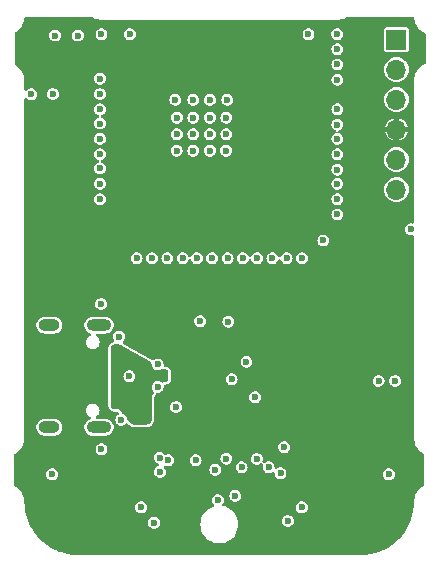
<source format=gbr>
%TF.GenerationSoftware,KiCad,Pcbnew,7.0.5-7.0.5~ubuntu23.04.1*%
%TF.CreationDate,2023-06-30T21:45:37+02:00*%
%TF.ProjectId,ESP32_UniBoard_panelized,45535033-325f-4556-9e69-426f6172645f,rev?*%
%TF.SameCoordinates,Original*%
%TF.FileFunction,Copper,L3,Inr*%
%TF.FilePolarity,Positive*%
%FSLAX46Y46*%
G04 Gerber Fmt 4.6, Leading zero omitted, Abs format (unit mm)*
G04 Created by KiCad (PCBNEW 7.0.5-7.0.5~ubuntu23.04.1) date 2023-06-30 21:45:37*
%MOMM*%
%LPD*%
G01*
G04 APERTURE LIST*
%TA.AperFunction,ComponentPad*%
%ADD10R,1.700000X1.700000*%
%TD*%
%TA.AperFunction,ComponentPad*%
%ADD11O,1.700000X1.700000*%
%TD*%
%TA.AperFunction,ComponentPad*%
%ADD12O,2.100000X1.000000*%
%TD*%
%TA.AperFunction,ComponentPad*%
%ADD13O,1.800000X1.000000*%
%TD*%
%TA.AperFunction,ViaPad*%
%ADD14C,0.600000*%
%TD*%
G04 APERTURE END LIST*
D10*
%TO.N,GND*%
%TO.C,J2*%
X136117300Y-52500000D03*
D11*
%TO.N,/ESP_TX*%
X136117300Y-55040000D03*
%TO.N,/ESP_RX*%
X136117300Y-57580000D03*
%TO.N,+3V3*%
X136117300Y-60120000D03*
%TO.N,/EN*%
X136117300Y-62660000D03*
%TO.N,/BOOT*%
X136117300Y-65200000D03*
%TD*%
D12*
%TO.N,unconnected-(J1-SHIELD-PadS1)*%
%TO.C,J1*%
X110929500Y-76683200D03*
D13*
X106729500Y-76683200D03*
D12*
X110929500Y-85323200D03*
D13*
X106729500Y-85323200D03*
%TD*%
D14*
%TO.N,GND*%
X106967300Y-89303200D03*
X115600000Y-93400000D03*
X114500000Y-92100000D03*
X117467300Y-83603200D03*
X112817300Y-84678200D03*
X128100000Y-92100000D03*
X135467300Y-89303200D03*
X126917300Y-93253700D03*
X123417300Y-79778200D03*
X116100000Y-89100000D03*
X107017300Y-57103200D03*
X126300000Y-89200000D03*
X105192300Y-57128200D03*
X117400000Y-57600000D03*
X111142300Y-52053200D03*
X113542300Y-52028200D03*
X120776591Y-88923409D03*
X113500000Y-81000000D03*
X117517300Y-60503200D03*
X107217300Y-52153200D03*
X117517300Y-59103200D03*
X119492300Y-76328200D03*
X118917300Y-60503200D03*
X109142300Y-52153200D03*
X121717300Y-59103200D03*
X134600000Y-81400000D03*
X136000000Y-81400000D03*
X120317300Y-59103200D03*
X124142300Y-82778200D03*
X131092300Y-52028200D03*
X118917300Y-59103200D03*
X121800000Y-57600000D03*
X121717300Y-60503200D03*
X120317300Y-60503200D03*
X121892300Y-76378200D03*
X118917300Y-57603200D03*
X112642300Y-77653200D03*
X121723409Y-87976591D03*
X121700000Y-61900000D03*
X126600000Y-87000000D03*
X120317300Y-61903200D03*
X120317300Y-57603200D03*
X122167300Y-81253200D03*
X111117300Y-74878200D03*
X111142300Y-87178200D03*
X117500000Y-61900000D03*
X116058732Y-87893467D03*
X118917300Y-61903200D03*
X128667300Y-52028200D03*
%TO.N,+3V3*%
X125300000Y-87930497D03*
X119542300Y-74403200D03*
X126200000Y-77600000D03*
X113567300Y-53303200D03*
X121917300Y-74453200D03*
X128686800Y-75800000D03*
X127500000Y-77600000D03*
X126200000Y-79200000D03*
X123124829Y-87940690D03*
X125000000Y-79200000D03*
X109167300Y-53703200D03*
X125000000Y-73400000D03*
X125000000Y-77600000D03*
X105092300Y-52103200D03*
X111142300Y-53328200D03*
X123400000Y-77600000D03*
X123392300Y-75803200D03*
X119100000Y-88900000D03*
X128686800Y-74128200D03*
X128700000Y-77600000D03*
X116869503Y-88900000D03*
X120742300Y-73453200D03*
X123342300Y-74153200D03*
X126200000Y-73400000D03*
%TO.N,/BOOT*%
X129917300Y-69503200D03*
X124300000Y-88000000D03*
%TO.N,VBUS*%
X114715100Y-84493200D03*
X112715100Y-83393200D03*
X116015100Y-80993200D03*
X112615100Y-78793200D03*
%TO.N,+5V*%
X123000000Y-88700000D03*
X116800000Y-88100000D03*
X119117300Y-88100000D03*
X125300000Y-88700000D03*
%TO.N,/ESP_TX*%
X131117300Y-55903200D03*
%TO.N,/ESP_RX*%
X122474414Y-91125586D03*
%TO.N,/GPIO4*%
X111017300Y-55803200D03*
%TO.N,/GPIO5*%
X111017300Y-57103200D03*
%TO.N,/GPIO6*%
X111017300Y-58403200D03*
%TO.N,/GPIO7*%
X111017300Y-59603200D03*
%TO.N,/GPIO15*%
X111017300Y-60903200D03*
%TO.N,/GPIO16*%
X111017300Y-62203200D03*
%TO.N,/GPIO17*%
X111017300Y-63403200D03*
%TO.N,/GPIO18*%
X111017300Y-64703200D03*
%TO.N,/GPIO8*%
X111017300Y-66003200D03*
%TO.N,/GPIO3*%
X114117300Y-71003200D03*
%TO.N,/GPIO46*%
X115417300Y-71003200D03*
%TO.N,/GPIO9*%
X116717300Y-71003200D03*
%TO.N,/GPIO10*%
X118017300Y-71003200D03*
%TO.N,/GPIO11*%
X119217300Y-71003200D03*
%TO.N,/GPIO12*%
X120517300Y-71003200D03*
%TO.N,/GPIO13*%
X121817300Y-71003200D03*
%TO.N,/GPIO14*%
X123117300Y-71003200D03*
%TO.N,/GPIO21*%
X124317300Y-71003200D03*
%TO.N,/GPIO47*%
X125617300Y-71003200D03*
%TO.N,/GPIO48*%
X126817300Y-71003200D03*
%TO.N,/GPIO45*%
X128117300Y-71003200D03*
%TO.N,/GPIO35*%
X131117300Y-67303200D03*
%TO.N,/GPIO36*%
X131117300Y-66003200D03*
%TO.N,/GPIO37*%
X131117300Y-64703200D03*
%TO.N,/GPIO38*%
X131117300Y-63503200D03*
%TO.N,/GPIO39*%
X131117300Y-62203200D03*
%TO.N,/GPIO40*%
X131117300Y-60903200D03*
%TO.N,/GPIO41*%
X131117300Y-59703200D03*
%TO.N,/GPIO42*%
X131117300Y-58403200D03*
%TO.N,/GPIO2*%
X131117300Y-54603200D03*
%TO.N,/GPIO1*%
X120987800Y-91499068D03*
X131117300Y-53303200D03*
X137358900Y-68558900D03*
%TO.N,/DPr_P*%
X115900000Y-81900000D03*
%TO.N,/DPr_N*%
X115900000Y-80000000D03*
%TD*%
%TA.AperFunction,Conductor*%
%TO.N,VBUS*%
G36*
X112560016Y-78294056D02*
G01*
X112599323Y-78299242D01*
X112657199Y-78306880D01*
X112707477Y-78320384D01*
X112798020Y-78357983D01*
X112809712Y-78363765D01*
X113202730Y-78591302D01*
X115296505Y-79803487D01*
X115361355Y-79863803D01*
X115393612Y-79946283D01*
X115393723Y-79985769D01*
X115394353Y-79985769D01*
X115394353Y-79999997D01*
X115414835Y-80142458D01*
X115414836Y-80142462D01*
X115474620Y-80273369D01*
X115474624Y-80273376D01*
X115564188Y-80376737D01*
X115568872Y-80382143D01*
X115689947Y-80459953D01*
X115741423Y-80475067D01*
X115828038Y-80500500D01*
X115828039Y-80500500D01*
X115971962Y-80500500D01*
X116025189Y-80484870D01*
X116110053Y-80459953D01*
X116192701Y-80406838D01*
X116275990Y-80376737D01*
X116286745Y-80376784D01*
X116315100Y-80393200D01*
X116545502Y-80393200D01*
X116584316Y-80397022D01*
X116621950Y-80404508D01*
X116693684Y-80434221D01*
X116708968Y-80444434D01*
X116763865Y-80499331D01*
X116774076Y-80514612D01*
X116803792Y-80586350D01*
X116811276Y-80623973D01*
X116815100Y-80662798D01*
X116815100Y-81223601D01*
X116811276Y-81262426D01*
X116803792Y-81300049D01*
X116774076Y-81371787D01*
X116763865Y-81387068D01*
X116708968Y-81441965D01*
X116693687Y-81452176D01*
X116621944Y-81481893D01*
X116576894Y-81490853D01*
X116564904Y-81492488D01*
X116555424Y-81493198D01*
X116555411Y-81493200D01*
X116315100Y-81493200D01*
X116286296Y-81529203D01*
X116232231Y-81516819D01*
X116211128Y-81505004D01*
X116192761Y-81493200D01*
X116110053Y-81440047D01*
X116110050Y-81440046D01*
X116110048Y-81440045D01*
X115971962Y-81399500D01*
X115971961Y-81399500D01*
X115828039Y-81399500D01*
X115828038Y-81399500D01*
X115689951Y-81440045D01*
X115689945Y-81440048D01*
X115568872Y-81517856D01*
X115568871Y-81517857D01*
X115474624Y-81626623D01*
X115474620Y-81626630D01*
X115414836Y-81757537D01*
X115414835Y-81757541D01*
X115394353Y-81899999D01*
X115414835Y-82042458D01*
X115414836Y-82042462D01*
X115474620Y-82173369D01*
X115474625Y-82173376D01*
X115520188Y-82225959D01*
X115561837Y-82304118D01*
X115565449Y-82392608D01*
X115530310Y-82473901D01*
X115525197Y-82480577D01*
X115524673Y-82481231D01*
X115524663Y-82481246D01*
X115415100Y-82618200D01*
X115415100Y-82793588D01*
X115415100Y-84586669D01*
X115414248Y-84599670D01*
X115401481Y-84696638D01*
X115388036Y-84746816D01*
X115358139Y-84818994D01*
X115332163Y-84863985D01*
X115284600Y-84925969D01*
X115247869Y-84962700D01*
X115185885Y-85010263D01*
X115140894Y-85036239D01*
X115068716Y-85066136D01*
X115018538Y-85079581D01*
X114921570Y-85092348D01*
X114908569Y-85093200D01*
X113948514Y-85093200D01*
X113919584Y-85091086D01*
X113819067Y-85076316D01*
X113763655Y-85059672D01*
X113684955Y-85022845D01*
X113636673Y-84990966D01*
X113560924Y-84923251D01*
X113540765Y-84902394D01*
X113508711Y-84863985D01*
X113352710Y-84677054D01*
X113312519Y-84598137D01*
X113308523Y-84577882D01*
X113302465Y-84535743D01*
X113242677Y-84404827D01*
X113242675Y-84404825D01*
X113242675Y-84404824D01*
X113242675Y-84404823D01*
X113148428Y-84296057D01*
X113148427Y-84296056D01*
X113087890Y-84257152D01*
X113027353Y-84218247D01*
X113027352Y-84218246D01*
X113027351Y-84218246D01*
X113015570Y-84214787D01*
X113009134Y-84212897D01*
X112931842Y-84169663D01*
X112912421Y-84149470D01*
X112765012Y-83972835D01*
X112615100Y-83793200D01*
X112381132Y-83793200D01*
X112280761Y-83793200D01*
X112249632Y-83790750D01*
X112213787Y-83785073D01*
X112188072Y-83781000D01*
X112128861Y-83761760D01*
X112087454Y-83740663D01*
X112037088Y-83704069D01*
X112004230Y-83671211D01*
X111967637Y-83620846D01*
X111946537Y-83579435D01*
X111927299Y-83520224D01*
X111917550Y-83458666D01*
X111915100Y-83427538D01*
X111915100Y-80999999D01*
X112994353Y-80999999D01*
X113014835Y-81142458D01*
X113014836Y-81142462D01*
X113074620Y-81273369D01*
X113074624Y-81273376D01*
X113168871Y-81382142D01*
X113168872Y-81382143D01*
X113289947Y-81459953D01*
X113341423Y-81475067D01*
X113428038Y-81500500D01*
X113428039Y-81500500D01*
X113571962Y-81500500D01*
X113635331Y-81481893D01*
X113710053Y-81459953D01*
X113831128Y-81382143D01*
X113886834Y-81317854D01*
X113925375Y-81273376D01*
X113925379Y-81273369D01*
X113985163Y-81142462D01*
X113985163Y-81142460D01*
X113985165Y-81142457D01*
X114005647Y-81000000D01*
X113985165Y-80857543D01*
X113985163Y-80857540D01*
X113985163Y-80857537D01*
X113925379Y-80726630D01*
X113925375Y-80726623D01*
X113831128Y-80617857D01*
X113831127Y-80617856D01*
X113770590Y-80578952D01*
X113710053Y-80540047D01*
X113710050Y-80540046D01*
X113710048Y-80540045D01*
X113571962Y-80499500D01*
X113571961Y-80499500D01*
X113428039Y-80499500D01*
X113428038Y-80499500D01*
X113289951Y-80540045D01*
X113289945Y-80540048D01*
X113168872Y-80617856D01*
X113168871Y-80617857D01*
X113074624Y-80726623D01*
X113074620Y-80726630D01*
X113014836Y-80857537D01*
X113014835Y-80857541D01*
X112994353Y-80999999D01*
X111915100Y-80999999D01*
X111915100Y-78695225D01*
X111917550Y-78664096D01*
X111929079Y-78591302D01*
X111948316Y-78532093D01*
X111974582Y-78480542D01*
X112011172Y-78430181D01*
X112052081Y-78389272D01*
X112102442Y-78352682D01*
X112153993Y-78326416D01*
X112213200Y-78307179D01*
X112268061Y-78298490D01*
X112285996Y-78295650D01*
X112317125Y-78293200D01*
X112546985Y-78293200D01*
X112560016Y-78294056D01*
G37*
%TD.AperFunction*%
%TD*%
%TA.AperFunction,Conductor*%
%TO.N,+3V3*%
G36*
X110257793Y-50557815D02*
G01*
X110324735Y-50577497D01*
X110349025Y-50593107D01*
X110396345Y-50623518D01*
X110396361Y-50623527D01*
X110591584Y-50712682D01*
X110591588Y-50712683D01*
X110591590Y-50712684D01*
X110797531Y-50773154D01*
X110797532Y-50773154D01*
X110797535Y-50773155D01*
X110860884Y-50782262D01*
X111009982Y-50803700D01*
X111009983Y-50803700D01*
X131224617Y-50803700D01*
X131224618Y-50803700D01*
X131395151Y-50779180D01*
X131437064Y-50773155D01*
X131437065Y-50773154D01*
X131437069Y-50773154D01*
X131643010Y-50712684D01*
X131643013Y-50712682D01*
X131643015Y-50712682D01*
X131838238Y-50623527D01*
X131838240Y-50623525D01*
X131838250Y-50623521D01*
X131885578Y-50593105D01*
X131952609Y-50573422D01*
X137496116Y-50577410D01*
X137563138Y-50597143D01*
X137608855Y-50649980D01*
X137618497Y-50682012D01*
X137653746Y-50904568D01*
X137726733Y-51129196D01*
X137833957Y-51339632D01*
X137833957Y-51339633D01*
X137972783Y-51530710D01*
X138139790Y-51697717D01*
X138330867Y-51836543D01*
X138519084Y-51932444D01*
X138569880Y-51980418D01*
X138586788Y-52043395D01*
X138577665Y-54468585D01*
X138557729Y-54535550D01*
X138509961Y-54578604D01*
X138330866Y-54669857D01*
X138226539Y-54745656D01*
X138139790Y-54808683D01*
X138139788Y-54808685D01*
X138139787Y-54808685D01*
X137972785Y-54975687D01*
X137972785Y-54975688D01*
X137972783Y-54975690D01*
X137965770Y-54985343D01*
X137833957Y-55166766D01*
X137726733Y-55377203D01*
X137653746Y-55601831D01*
X137616800Y-55835102D01*
X137616800Y-67947351D01*
X137597115Y-68014390D01*
X137544311Y-68060145D01*
X137475153Y-68070089D01*
X137457868Y-68066329D01*
X137430862Y-68058400D01*
X137430861Y-68058400D01*
X137286939Y-68058400D01*
X137286936Y-68058400D01*
X137148849Y-68098945D01*
X137027773Y-68176756D01*
X136933523Y-68285526D01*
X136933522Y-68285528D01*
X136873734Y-68416443D01*
X136853253Y-68558899D01*
X136873734Y-68701356D01*
X136933522Y-68832271D01*
X136933523Y-68832273D01*
X137027772Y-68941043D01*
X137148847Y-69018853D01*
X137148850Y-69018854D01*
X137148849Y-69018854D01*
X137286936Y-69059399D01*
X137286938Y-69059400D01*
X137286939Y-69059400D01*
X137430861Y-69059400D01*
X137457865Y-69051471D01*
X137527734Y-69051471D01*
X137586513Y-69089245D01*
X137615538Y-69152800D01*
X137616800Y-69170448D01*
X137616800Y-86336897D01*
X137653746Y-86570168D01*
X137726733Y-86794796D01*
X137782798Y-86904828D01*
X137833957Y-87005233D01*
X137972783Y-87196310D01*
X138139790Y-87363317D01*
X138180600Y-87392967D01*
X138330868Y-87502144D01*
X138359311Y-87516636D01*
X138385185Y-87529819D01*
X138435981Y-87577792D01*
X138452890Y-87640770D01*
X138443254Y-90202670D01*
X138423318Y-90269635D01*
X138375552Y-90312688D01*
X138330866Y-90335457D01*
X138221850Y-90414662D01*
X138139790Y-90474283D01*
X138139788Y-90474285D01*
X138139787Y-90474285D01*
X137972785Y-90641287D01*
X137972785Y-90641288D01*
X137972783Y-90641290D01*
X137955097Y-90665633D01*
X137833957Y-90832366D01*
X137726733Y-91042803D01*
X137653746Y-91267431D01*
X137616800Y-91500702D01*
X137616800Y-91617446D01*
X137616741Y-91620150D01*
X137599796Y-92008253D01*
X137599324Y-92013644D01*
X137548796Y-92397440D01*
X137547856Y-92402769D01*
X137464068Y-92780714D01*
X137462668Y-92785941D01*
X137346261Y-93155136D01*
X137344410Y-93160221D01*
X137196267Y-93517872D01*
X137193980Y-93522776D01*
X137015234Y-93866142D01*
X137012528Y-93870828D01*
X136804527Y-94197326D01*
X136801423Y-94201759D01*
X136565763Y-94508877D01*
X136562284Y-94513022D01*
X136300756Y-94798430D01*
X136296930Y-94802256D01*
X136011522Y-95063784D01*
X136007377Y-95067263D01*
X135700259Y-95302923D01*
X135695826Y-95306027D01*
X135369328Y-95514028D01*
X135364642Y-95516734D01*
X135021276Y-95695480D01*
X135016372Y-95697767D01*
X134658721Y-95845910D01*
X134653636Y-95847761D01*
X134284441Y-95964168D01*
X134279214Y-95965568D01*
X133901269Y-96049356D01*
X133895940Y-96050296D01*
X133512144Y-96100824D01*
X133506753Y-96101296D01*
X133118651Y-96118241D01*
X133115947Y-96118300D01*
X109118653Y-96118300D01*
X109115949Y-96118241D01*
X108727846Y-96101296D01*
X108722455Y-96100824D01*
X108338659Y-96050296D01*
X108333330Y-96049356D01*
X107955385Y-95965568D01*
X107950165Y-95964170D01*
X107778493Y-95910042D01*
X107580963Y-95847761D01*
X107575878Y-95845910D01*
X107331189Y-95744557D01*
X107218221Y-95697764D01*
X107213331Y-95695484D01*
X106869957Y-95516734D01*
X106865271Y-95514028D01*
X106538773Y-95306027D01*
X106534340Y-95302923D01*
X106227222Y-95067263D01*
X106223077Y-95063784D01*
X105937669Y-94802256D01*
X105933843Y-94798430D01*
X105672315Y-94513022D01*
X105668836Y-94508877D01*
X105659614Y-94496859D01*
X105433172Y-94201754D01*
X105430072Y-94197326D01*
X105222071Y-93870828D01*
X105219365Y-93866142D01*
X105216144Y-93859954D01*
X105040610Y-93522758D01*
X105038339Y-93517888D01*
X104989508Y-93399999D01*
X115094353Y-93399999D01*
X115114834Y-93542456D01*
X115119741Y-93553200D01*
X115174623Y-93673373D01*
X115268872Y-93782143D01*
X115389947Y-93859953D01*
X115389950Y-93859954D01*
X115389949Y-93859954D01*
X115528036Y-93900499D01*
X115528038Y-93900500D01*
X115528039Y-93900500D01*
X115671962Y-93900500D01*
X115671962Y-93900499D01*
X115810053Y-93859953D01*
X115931128Y-93782143D01*
X116025377Y-93673373D01*
X116080259Y-93553199D01*
X119511851Y-93553199D01*
X119531617Y-93804351D01*
X119590426Y-94049310D01*
X119686833Y-94282059D01*
X119818460Y-94496853D01*
X119818461Y-94496856D01*
X119873904Y-94561771D01*
X119982076Y-94688424D01*
X120113215Y-94800427D01*
X120173643Y-94852038D01*
X120173646Y-94852039D01*
X120388440Y-94983666D01*
X120581864Y-95063784D01*
X120621189Y-95080073D01*
X120866152Y-95138883D01*
X121054418Y-95153700D01*
X121054426Y-95153700D01*
X121180174Y-95153700D01*
X121180182Y-95153700D01*
X121368448Y-95138883D01*
X121613411Y-95080073D01*
X121846159Y-94983666D01*
X122060959Y-94852036D01*
X122252524Y-94688424D01*
X122416136Y-94496859D01*
X122547766Y-94282059D01*
X122644173Y-94049311D01*
X122702983Y-93804348D01*
X122722749Y-93553200D01*
X122702983Y-93302052D01*
X122691375Y-93253699D01*
X126411653Y-93253699D01*
X126432134Y-93396156D01*
X126433890Y-93400000D01*
X126491923Y-93527073D01*
X126586172Y-93635843D01*
X126707247Y-93713653D01*
X126707250Y-93713654D01*
X126707249Y-93713654D01*
X126845336Y-93754199D01*
X126845338Y-93754200D01*
X126845339Y-93754200D01*
X126989262Y-93754200D01*
X126989262Y-93754199D01*
X127127353Y-93713653D01*
X127248428Y-93635843D01*
X127342677Y-93527073D01*
X127402465Y-93396157D01*
X127422947Y-93253700D01*
X127402465Y-93111243D01*
X127342677Y-92980327D01*
X127248428Y-92871557D01*
X127127353Y-92793747D01*
X127127351Y-92793746D01*
X127127349Y-92793745D01*
X127127350Y-92793745D01*
X126989263Y-92753200D01*
X126989261Y-92753200D01*
X126845339Y-92753200D01*
X126845336Y-92753200D01*
X126707249Y-92793745D01*
X126586173Y-92871556D01*
X126491923Y-92980326D01*
X126491922Y-92980328D01*
X126432134Y-93111243D01*
X126411653Y-93253699D01*
X122691375Y-93253699D01*
X122644173Y-93057089D01*
X122578898Y-92899500D01*
X122547766Y-92824340D01*
X122416139Y-92609546D01*
X122416138Y-92609543D01*
X122373784Y-92559953D01*
X122252524Y-92417976D01*
X122114103Y-92299753D01*
X122060956Y-92254361D01*
X122060953Y-92254360D01*
X121846159Y-92122733D01*
X121791276Y-92100000D01*
X127594353Y-92100000D01*
X127614834Y-92242456D01*
X127641001Y-92299753D01*
X127674623Y-92373373D01*
X127768872Y-92482143D01*
X127889947Y-92559953D01*
X127889950Y-92559954D01*
X127889949Y-92559954D01*
X128028036Y-92600499D01*
X128028038Y-92600500D01*
X128028039Y-92600500D01*
X128171962Y-92600500D01*
X128171962Y-92600499D01*
X128310053Y-92559953D01*
X128431128Y-92482143D01*
X128525377Y-92373373D01*
X128585165Y-92242457D01*
X128605647Y-92100000D01*
X128585165Y-91957543D01*
X128525377Y-91826627D01*
X128431128Y-91717857D01*
X128310053Y-91640047D01*
X128310051Y-91640046D01*
X128310049Y-91640045D01*
X128310050Y-91640045D01*
X128171963Y-91599500D01*
X128171961Y-91599500D01*
X128028039Y-91599500D01*
X128028036Y-91599500D01*
X127889949Y-91640045D01*
X127768873Y-91717856D01*
X127674623Y-91826626D01*
X127674622Y-91826628D01*
X127614834Y-91957543D01*
X127594353Y-92100000D01*
X121791276Y-92100000D01*
X121613410Y-92026326D01*
X121463893Y-91990431D01*
X121403301Y-91955640D01*
X121371137Y-91893614D01*
X121377613Y-91824045D01*
X121399126Y-91788656D01*
X121413177Y-91772441D01*
X121472965Y-91641525D01*
X121493447Y-91499068D01*
X121472965Y-91356611D01*
X121413177Y-91225695D01*
X121326433Y-91125586D01*
X121968767Y-91125586D01*
X121989248Y-91268042D01*
X122029697Y-91356611D01*
X122049037Y-91398959D01*
X122143286Y-91507729D01*
X122264361Y-91585539D01*
X122264364Y-91585540D01*
X122264363Y-91585540D01*
X122402450Y-91626085D01*
X122402452Y-91626086D01*
X122402453Y-91626086D01*
X122546376Y-91626086D01*
X122546376Y-91626085D01*
X122684467Y-91585539D01*
X122805542Y-91507729D01*
X122899791Y-91398959D01*
X122959579Y-91268043D01*
X122980061Y-91125586D01*
X122959579Y-90983129D01*
X122899791Y-90852213D01*
X122805542Y-90743443D01*
X122684467Y-90665633D01*
X122684465Y-90665632D01*
X122684463Y-90665631D01*
X122684464Y-90665631D01*
X122546377Y-90625086D01*
X122546375Y-90625086D01*
X122402453Y-90625086D01*
X122402450Y-90625086D01*
X122264363Y-90665631D01*
X122143287Y-90743442D01*
X122049037Y-90852212D01*
X122049036Y-90852214D01*
X121989248Y-90983129D01*
X121968767Y-91125586D01*
X121326433Y-91125586D01*
X121318928Y-91116925D01*
X121197853Y-91039115D01*
X121197851Y-91039114D01*
X121197849Y-91039113D01*
X121197850Y-91039113D01*
X121059763Y-90998568D01*
X121059761Y-90998568D01*
X120915839Y-90998568D01*
X120915836Y-90998568D01*
X120777749Y-91039113D01*
X120656673Y-91116924D01*
X120562423Y-91225694D01*
X120562422Y-91225696D01*
X120502634Y-91356611D01*
X120482153Y-91499067D01*
X120502634Y-91641524D01*
X120562422Y-91772439D01*
X120562425Y-91772445D01*
X120627223Y-91847226D01*
X120656248Y-91910782D01*
X120646304Y-91979940D01*
X120600549Y-92032744D01*
X120580962Y-92042989D01*
X120388444Y-92122731D01*
X120388441Y-92122733D01*
X120173646Y-92254360D01*
X120173643Y-92254361D01*
X119982076Y-92417976D01*
X119818461Y-92609543D01*
X119818460Y-92609546D01*
X119686833Y-92824340D01*
X119590426Y-93057089D01*
X119531617Y-93302048D01*
X119511851Y-93553199D01*
X116080259Y-93553199D01*
X116085165Y-93542457D01*
X116105647Y-93400000D01*
X116085165Y-93257543D01*
X116025377Y-93126627D01*
X115931128Y-93017857D01*
X115810053Y-92940047D01*
X115810051Y-92940046D01*
X115810049Y-92940045D01*
X115810050Y-92940045D01*
X115671963Y-92899500D01*
X115671961Y-92899500D01*
X115528039Y-92899500D01*
X115528036Y-92899500D01*
X115389949Y-92940045D01*
X115268873Y-93017856D01*
X115174623Y-93126626D01*
X115174622Y-93126628D01*
X115114834Y-93257543D01*
X115094353Y-93399999D01*
X104989508Y-93399999D01*
X104890189Y-93160221D01*
X104888338Y-93155136D01*
X104771925Y-92785919D01*
X104770531Y-92780714D01*
X104764431Y-92753200D01*
X104686742Y-92402767D01*
X104685806Y-92397459D01*
X104646644Y-92100000D01*
X113994353Y-92100000D01*
X114014834Y-92242456D01*
X114041001Y-92299753D01*
X114074623Y-92373373D01*
X114168872Y-92482143D01*
X114289947Y-92559953D01*
X114289950Y-92559954D01*
X114289949Y-92559954D01*
X114428036Y-92600499D01*
X114428038Y-92600500D01*
X114428039Y-92600500D01*
X114571962Y-92600500D01*
X114571962Y-92600499D01*
X114710053Y-92559953D01*
X114831128Y-92482143D01*
X114925377Y-92373373D01*
X114985165Y-92242457D01*
X115005647Y-92100000D01*
X114985165Y-91957543D01*
X114925377Y-91826627D01*
X114831128Y-91717857D01*
X114710053Y-91640047D01*
X114710051Y-91640046D01*
X114710049Y-91640045D01*
X114710050Y-91640045D01*
X114571963Y-91599500D01*
X114571961Y-91599500D01*
X114428039Y-91599500D01*
X114428036Y-91599500D01*
X114289949Y-91640045D01*
X114168873Y-91717856D01*
X114074623Y-91826626D01*
X114074622Y-91826628D01*
X114014834Y-91957543D01*
X113994353Y-92100000D01*
X104646644Y-92100000D01*
X104635273Y-92013626D01*
X104634804Y-92008274D01*
X104617859Y-91620150D01*
X104617800Y-91617446D01*
X104617800Y-91500702D01*
X104580853Y-91267431D01*
X104507866Y-91042803D01*
X104451302Y-90931791D01*
X104400643Y-90832367D01*
X104261817Y-90641290D01*
X104094810Y-90474283D01*
X103903733Y-90335457D01*
X103903732Y-90335457D01*
X103803782Y-90284529D01*
X103752986Y-90236554D01*
X103736078Y-90173716D01*
X103738412Y-89303200D01*
X106461653Y-89303200D01*
X106482134Y-89445656D01*
X106534333Y-89559953D01*
X106541923Y-89576573D01*
X106636172Y-89685343D01*
X106757247Y-89763153D01*
X106757250Y-89763154D01*
X106757249Y-89763154D01*
X106895336Y-89803699D01*
X106895338Y-89803700D01*
X106895339Y-89803700D01*
X107039262Y-89803700D01*
X107039262Y-89803699D01*
X107177353Y-89763153D01*
X107298428Y-89685343D01*
X107392677Y-89576573D01*
X107452465Y-89445657D01*
X107472947Y-89303200D01*
X107452465Y-89160743D01*
X107392677Y-89029827D01*
X107298428Y-88921057D01*
X107177353Y-88843247D01*
X107177351Y-88843246D01*
X107177349Y-88843245D01*
X107177350Y-88843245D01*
X107039263Y-88802700D01*
X107039261Y-88802700D01*
X106895339Y-88802700D01*
X106895336Y-88802700D01*
X106757249Y-88843245D01*
X106636173Y-88921056D01*
X106636172Y-88921056D01*
X106636172Y-88921057D01*
X106631346Y-88926627D01*
X106541923Y-89029826D01*
X106541922Y-89029828D01*
X106482134Y-89160743D01*
X106461653Y-89303200D01*
X103738412Y-89303200D01*
X103742191Y-87893467D01*
X115553085Y-87893467D01*
X115573566Y-88035923D01*
X115633354Y-88166838D01*
X115633355Y-88166840D01*
X115727604Y-88275610D01*
X115848679Y-88353420D01*
X115848682Y-88353421D01*
X115848681Y-88353421D01*
X115952194Y-88383815D01*
X116010973Y-88421589D01*
X116039998Y-88485144D01*
X116030055Y-88554303D01*
X115984300Y-88607107D01*
X115952195Y-88621769D01*
X115889948Y-88640045D01*
X115768873Y-88717856D01*
X115674623Y-88826626D01*
X115674622Y-88826628D01*
X115614834Y-88957543D01*
X115596920Y-89082143D01*
X115594353Y-89100000D01*
X115594356Y-89100018D01*
X115614834Y-89242456D01*
X115660504Y-89342457D01*
X115674623Y-89373373D01*
X115768872Y-89482143D01*
X115889947Y-89559953D01*
X115889950Y-89559954D01*
X115889949Y-89559954D01*
X116028036Y-89600499D01*
X116028038Y-89600500D01*
X116028039Y-89600500D01*
X116171962Y-89600500D01*
X116171962Y-89600499D01*
X116310053Y-89559953D01*
X116431128Y-89482143D01*
X116525377Y-89373373D01*
X116585165Y-89242457D01*
X116605647Y-89100000D01*
X116585165Y-88957543D01*
X116569576Y-88923409D01*
X120270944Y-88923409D01*
X120291425Y-89065865D01*
X120334395Y-89159954D01*
X120351214Y-89196782D01*
X120445463Y-89305552D01*
X120566538Y-89383362D01*
X120566541Y-89383363D01*
X120566540Y-89383363D01*
X120704627Y-89423908D01*
X120704629Y-89423909D01*
X120704630Y-89423909D01*
X120848553Y-89423909D01*
X120848553Y-89423908D01*
X120986644Y-89383362D01*
X121107719Y-89305552D01*
X121201968Y-89196782D01*
X121261756Y-89065866D01*
X121282238Y-88923409D01*
X121261756Y-88780952D01*
X121224786Y-88699999D01*
X122494353Y-88699999D01*
X122514834Y-88842456D01*
X122574622Y-88973371D01*
X122574623Y-88973373D01*
X122668872Y-89082143D01*
X122789947Y-89159953D01*
X122789950Y-89159954D01*
X122789949Y-89159954D01*
X122896441Y-89191222D01*
X122926336Y-89200000D01*
X122928036Y-89200499D01*
X122928038Y-89200500D01*
X122928039Y-89200500D01*
X123071962Y-89200500D01*
X123071962Y-89200499D01*
X123179121Y-89169035D01*
X123210050Y-89159954D01*
X123210050Y-89159953D01*
X123210053Y-89159953D01*
X123331128Y-89082143D01*
X123425377Y-88973373D01*
X123485165Y-88842457D01*
X123505647Y-88700000D01*
X123485165Y-88557543D01*
X123425377Y-88426627D01*
X123331128Y-88317857D01*
X123210053Y-88240047D01*
X123210051Y-88240046D01*
X123210049Y-88240045D01*
X123210050Y-88240045D01*
X123071963Y-88199500D01*
X123071961Y-88199500D01*
X122928039Y-88199500D01*
X122928036Y-88199500D01*
X122789949Y-88240045D01*
X122668873Y-88317856D01*
X122574623Y-88426626D01*
X122574622Y-88426628D01*
X122514834Y-88557543D01*
X122494353Y-88699999D01*
X121224786Y-88699999D01*
X121201968Y-88650036D01*
X121107719Y-88541266D01*
X120986644Y-88463456D01*
X120986642Y-88463455D01*
X120986640Y-88463454D01*
X120986641Y-88463454D01*
X120848554Y-88422909D01*
X120848552Y-88422909D01*
X120704630Y-88422909D01*
X120704627Y-88422909D01*
X120566540Y-88463454D01*
X120445464Y-88541265D01*
X120351214Y-88650035D01*
X120351213Y-88650037D01*
X120291425Y-88780952D01*
X120270944Y-88923409D01*
X116569576Y-88923409D01*
X116525377Y-88826627D01*
X116469963Y-88762675D01*
X116440939Y-88699121D01*
X116450883Y-88629962D01*
X116496638Y-88577158D01*
X116563677Y-88557474D01*
X116598610Y-88562496D01*
X116648543Y-88577158D01*
X116728038Y-88600500D01*
X116728039Y-88600500D01*
X116871962Y-88600500D01*
X116871962Y-88600499D01*
X117010053Y-88559953D01*
X117131128Y-88482143D01*
X117225377Y-88373373D01*
X117285165Y-88242457D01*
X117305647Y-88100000D01*
X117305647Y-88099999D01*
X118611653Y-88099999D01*
X118632134Y-88242456D01*
X118691922Y-88373371D01*
X118691923Y-88373373D01*
X118786172Y-88482143D01*
X118907247Y-88559953D01*
X118907250Y-88559954D01*
X118907249Y-88559954D01*
X119014407Y-88591417D01*
X119041933Y-88599500D01*
X119045336Y-88600499D01*
X119045338Y-88600500D01*
X119045339Y-88600500D01*
X119189262Y-88600500D01*
X119189262Y-88600499D01*
X119327353Y-88559953D01*
X119448428Y-88482143D01*
X119542677Y-88373373D01*
X119602465Y-88242457D01*
X119622947Y-88100000D01*
X119605204Y-87976591D01*
X121217762Y-87976591D01*
X121238243Y-88119047D01*
X121288524Y-88229145D01*
X121298032Y-88249964D01*
X121392281Y-88358734D01*
X121513356Y-88436544D01*
X121513359Y-88436545D01*
X121513358Y-88436545D01*
X121651445Y-88477090D01*
X121651447Y-88477091D01*
X121651448Y-88477091D01*
X121795371Y-88477091D01*
X121795371Y-88477090D01*
X121933462Y-88436544D01*
X122054537Y-88358734D01*
X122148786Y-88249964D01*
X122208574Y-88119048D01*
X122225690Y-88000000D01*
X123794353Y-88000000D01*
X123814834Y-88142456D01*
X123860504Y-88242457D01*
X123874623Y-88273373D01*
X123968872Y-88382143D01*
X124089947Y-88459953D01*
X124089950Y-88459954D01*
X124089949Y-88459954D01*
X124228036Y-88500499D01*
X124228038Y-88500500D01*
X124228039Y-88500500D01*
X124371962Y-88500500D01*
X124371962Y-88500499D01*
X124510053Y-88459953D01*
X124631128Y-88382143D01*
X124631131Y-88382139D01*
X124636901Y-88377140D01*
X124700455Y-88348112D01*
X124769614Y-88358052D01*
X124822420Y-88403805D01*
X124842108Y-88470843D01*
X124830903Y-88522360D01*
X124814834Y-88557545D01*
X124794353Y-88700000D01*
X124814834Y-88842456D01*
X124874622Y-88973371D01*
X124874623Y-88973373D01*
X124968872Y-89082143D01*
X125089947Y-89159953D01*
X125089950Y-89159954D01*
X125089949Y-89159954D01*
X125196441Y-89191222D01*
X125226336Y-89200000D01*
X125228036Y-89200499D01*
X125228038Y-89200500D01*
X125228039Y-89200500D01*
X125371962Y-89200500D01*
X125371962Y-89200499D01*
X125479121Y-89169035D01*
X125510050Y-89159954D01*
X125510051Y-89159954D01*
X125510053Y-89159953D01*
X125603315Y-89100016D01*
X125670351Y-89080333D01*
X125737391Y-89100017D01*
X125783146Y-89152821D01*
X125791552Y-89191443D01*
X125793091Y-89191222D01*
X125814834Y-89342456D01*
X125833516Y-89383363D01*
X125874623Y-89473373D01*
X125968872Y-89582143D01*
X126089947Y-89659953D01*
X126089950Y-89659954D01*
X126089949Y-89659954D01*
X126228036Y-89700499D01*
X126228038Y-89700500D01*
X126228039Y-89700500D01*
X126371962Y-89700500D01*
X126371962Y-89700499D01*
X126510053Y-89659953D01*
X126631128Y-89582143D01*
X126725377Y-89473373D01*
X126785165Y-89342457D01*
X126790809Y-89303200D01*
X134961653Y-89303200D01*
X134982134Y-89445656D01*
X135034333Y-89559953D01*
X135041923Y-89576573D01*
X135136172Y-89685343D01*
X135257247Y-89763153D01*
X135257250Y-89763154D01*
X135257249Y-89763154D01*
X135395336Y-89803699D01*
X135395338Y-89803700D01*
X135395339Y-89803700D01*
X135539262Y-89803700D01*
X135539262Y-89803699D01*
X135677353Y-89763153D01*
X135798428Y-89685343D01*
X135892677Y-89576573D01*
X135952465Y-89445657D01*
X135972947Y-89303200D01*
X135952465Y-89160743D01*
X135892677Y-89029827D01*
X135798428Y-88921057D01*
X135677353Y-88843247D01*
X135677351Y-88843246D01*
X135677349Y-88843245D01*
X135677350Y-88843245D01*
X135539263Y-88802700D01*
X135539261Y-88802700D01*
X135395339Y-88802700D01*
X135395336Y-88802700D01*
X135257249Y-88843245D01*
X135136173Y-88921056D01*
X135136172Y-88921056D01*
X135136172Y-88921057D01*
X135131346Y-88926627D01*
X135041923Y-89029826D01*
X135041922Y-89029828D01*
X134982134Y-89160743D01*
X134961653Y-89303200D01*
X126790809Y-89303200D01*
X126805647Y-89200000D01*
X126785165Y-89057543D01*
X126725377Y-88926627D01*
X126631128Y-88817857D01*
X126510053Y-88740047D01*
X126510051Y-88740046D01*
X126510049Y-88740045D01*
X126510050Y-88740045D01*
X126371963Y-88699500D01*
X126371961Y-88699500D01*
X126228039Y-88699500D01*
X126228036Y-88699500D01*
X126089949Y-88740045D01*
X125996686Y-88799982D01*
X125929647Y-88819666D01*
X125862607Y-88799981D01*
X125816852Y-88747177D01*
X125808450Y-88708556D01*
X125806909Y-88708778D01*
X125785165Y-88557543D01*
X125759114Y-88500500D01*
X125725377Y-88426627D01*
X125631128Y-88317857D01*
X125510053Y-88240047D01*
X125510051Y-88240046D01*
X125510049Y-88240045D01*
X125510050Y-88240045D01*
X125371963Y-88199500D01*
X125371961Y-88199500D01*
X125228039Y-88199500D01*
X125228036Y-88199500D01*
X125089949Y-88240045D01*
X124968868Y-88317859D01*
X124963090Y-88322866D01*
X124899533Y-88351889D01*
X124830375Y-88341942D01*
X124777573Y-88296185D01*
X124757891Y-88229145D01*
X124769096Y-88177640D01*
X124785165Y-88142457D01*
X124805647Y-88000000D01*
X124785165Y-87857543D01*
X124725377Y-87726627D01*
X124631128Y-87617857D01*
X124510053Y-87540047D01*
X124510051Y-87540046D01*
X124510049Y-87540045D01*
X124510050Y-87540045D01*
X124371963Y-87499500D01*
X124371961Y-87499500D01*
X124228039Y-87499500D01*
X124228036Y-87499500D01*
X124089949Y-87540045D01*
X123968873Y-87617856D01*
X123874623Y-87726626D01*
X123874622Y-87726628D01*
X123814834Y-87857543D01*
X123794353Y-88000000D01*
X122225690Y-88000000D01*
X122229056Y-87976591D01*
X122208574Y-87834134D01*
X122148786Y-87703218D01*
X122054537Y-87594448D01*
X121933462Y-87516638D01*
X121933460Y-87516637D01*
X121933458Y-87516636D01*
X121933459Y-87516636D01*
X121795372Y-87476091D01*
X121795370Y-87476091D01*
X121651448Y-87476091D01*
X121651445Y-87476091D01*
X121513358Y-87516636D01*
X121392282Y-87594447D01*
X121392281Y-87594447D01*
X121392281Y-87594448D01*
X121386995Y-87600548D01*
X121298032Y-87703217D01*
X121298031Y-87703219D01*
X121238243Y-87834134D01*
X121217762Y-87976591D01*
X119605204Y-87976591D01*
X119602465Y-87957543D01*
X119542677Y-87826627D01*
X119448428Y-87717857D01*
X119327353Y-87640047D01*
X119327351Y-87640046D01*
X119327349Y-87640045D01*
X119327350Y-87640045D01*
X119189263Y-87599500D01*
X119189261Y-87599500D01*
X119045339Y-87599500D01*
X119045336Y-87599500D01*
X118907249Y-87640045D01*
X118786173Y-87717856D01*
X118691923Y-87826626D01*
X118691922Y-87826628D01*
X118632134Y-87957543D01*
X118611653Y-88099999D01*
X117305647Y-88099999D01*
X117285165Y-87957543D01*
X117225377Y-87826627D01*
X117131128Y-87717857D01*
X117010053Y-87640047D01*
X117010051Y-87640046D01*
X117010049Y-87640045D01*
X117010050Y-87640045D01*
X116871963Y-87599500D01*
X116871961Y-87599500D01*
X116728039Y-87599500D01*
X116728036Y-87599500D01*
X116595819Y-87638322D01*
X116525950Y-87638322D01*
X116467172Y-87600548D01*
X116466264Y-87599500D01*
X116389860Y-87511324D01*
X116268785Y-87433514D01*
X116268783Y-87433513D01*
X116268781Y-87433512D01*
X116268782Y-87433512D01*
X116130695Y-87392967D01*
X116130693Y-87392967D01*
X115986771Y-87392967D01*
X115986768Y-87392967D01*
X115848681Y-87433512D01*
X115727605Y-87511323D01*
X115727604Y-87511323D01*
X115727604Y-87511324D01*
X115715022Y-87525843D01*
X115633355Y-87620093D01*
X115633354Y-87620095D01*
X115573566Y-87751010D01*
X115553085Y-87893467D01*
X103742191Y-87893467D01*
X103742818Y-87659782D01*
X103762682Y-87592800D01*
X103810518Y-87549638D01*
X103903733Y-87502143D01*
X104094810Y-87363317D01*
X104261817Y-87196310D01*
X104274975Y-87178200D01*
X110636653Y-87178200D01*
X110657134Y-87320656D01*
X110716922Y-87451571D01*
X110716923Y-87451573D01*
X110811172Y-87560343D01*
X110932247Y-87638153D01*
X110932250Y-87638154D01*
X110932249Y-87638154D01*
X111070336Y-87678699D01*
X111070338Y-87678700D01*
X111070339Y-87678700D01*
X111214262Y-87678700D01*
X111214262Y-87678699D01*
X111321421Y-87647235D01*
X111352350Y-87638154D01*
X111352350Y-87638153D01*
X111352353Y-87638153D01*
X111473428Y-87560343D01*
X111567677Y-87451573D01*
X111627465Y-87320657D01*
X111647947Y-87178200D01*
X111627465Y-87035743D01*
X111611141Y-86999999D01*
X126094353Y-86999999D01*
X126114834Y-87142456D01*
X126139430Y-87196312D01*
X126174623Y-87273373D01*
X126268872Y-87382143D01*
X126389947Y-87459953D01*
X126389950Y-87459954D01*
X126389949Y-87459954D01*
X126497107Y-87491417D01*
X126524633Y-87499500D01*
X126528036Y-87500499D01*
X126528038Y-87500500D01*
X126528039Y-87500500D01*
X126671962Y-87500500D01*
X126671962Y-87500499D01*
X126810053Y-87459953D01*
X126931128Y-87382143D01*
X127025377Y-87273373D01*
X127085165Y-87142457D01*
X127105647Y-87000000D01*
X127085165Y-86857543D01*
X127025377Y-86726627D01*
X126931128Y-86617857D01*
X126810053Y-86540047D01*
X126810051Y-86540046D01*
X126810049Y-86540045D01*
X126810050Y-86540045D01*
X126671963Y-86499500D01*
X126671961Y-86499500D01*
X126528039Y-86499500D01*
X126528036Y-86499500D01*
X126389949Y-86540045D01*
X126268873Y-86617856D01*
X126174623Y-86726626D01*
X126174622Y-86726628D01*
X126114834Y-86857543D01*
X126094353Y-86999999D01*
X111611141Y-86999999D01*
X111567677Y-86904827D01*
X111473428Y-86796057D01*
X111352353Y-86718247D01*
X111352351Y-86718246D01*
X111352349Y-86718245D01*
X111352350Y-86718245D01*
X111214263Y-86677700D01*
X111214261Y-86677700D01*
X111070339Y-86677700D01*
X111070336Y-86677700D01*
X110932249Y-86718245D01*
X110811173Y-86796056D01*
X110716923Y-86904826D01*
X110716922Y-86904828D01*
X110657134Y-87035743D01*
X110636653Y-87178200D01*
X104274975Y-87178200D01*
X104400643Y-87005233D01*
X104507868Y-86794792D01*
X104580853Y-86570168D01*
X104596948Y-86468550D01*
X104617800Y-86336897D01*
X104617800Y-86152908D01*
X104617800Y-85408255D01*
X105629000Y-85408255D01*
X105669710Y-85573426D01*
X105748763Y-85724049D01*
X105748766Y-85724052D01*
X105861571Y-85851383D01*
X105948645Y-85911486D01*
X106001568Y-85948017D01*
X106001569Y-85948017D01*
X106001570Y-85948018D01*
X106160628Y-86008340D01*
X106236528Y-86017556D01*
X106287126Y-86023700D01*
X106287128Y-86023700D01*
X107171874Y-86023700D01*
X107214038Y-86018580D01*
X107298372Y-86008340D01*
X107457430Y-85948018D01*
X107597429Y-85851383D01*
X107710234Y-85724052D01*
X107789290Y-85573425D01*
X107830000Y-85408256D01*
X107830000Y-85408255D01*
X109678999Y-85408255D01*
X109719710Y-85573426D01*
X109798763Y-85724049D01*
X109798766Y-85724052D01*
X109911571Y-85851383D01*
X109998645Y-85911486D01*
X110051568Y-85948017D01*
X110051569Y-85948017D01*
X110051570Y-85948018D01*
X110210628Y-86008340D01*
X110286528Y-86017556D01*
X110337126Y-86023700D01*
X110337128Y-86023700D01*
X111521874Y-86023700D01*
X111564038Y-86018580D01*
X111648372Y-86008340D01*
X111807430Y-85948018D01*
X111947429Y-85851383D01*
X112060234Y-85724052D01*
X112139290Y-85573425D01*
X112180000Y-85408256D01*
X112180000Y-85238144D01*
X112139290Y-85072975D01*
X112137079Y-85068763D01*
X112060236Y-84922350D01*
X112037088Y-84896222D01*
X111947429Y-84795017D01*
X111872542Y-84743326D01*
X111807431Y-84698382D01*
X111648374Y-84638060D01*
X111648368Y-84638059D01*
X111521874Y-84622700D01*
X111521872Y-84622700D01*
X110769451Y-84622700D01*
X110702412Y-84603015D01*
X110656657Y-84550211D01*
X110646713Y-84481053D01*
X110675738Y-84417497D01*
X110693964Y-84400324D01*
X110699730Y-84395898D01*
X110699733Y-84395898D01*
X110819951Y-84303651D01*
X110912198Y-84183433D01*
X110970187Y-84043436D01*
X110989966Y-83893200D01*
X110970187Y-83742964D01*
X110912198Y-83602967D01*
X110819951Y-83482749D01*
X110753259Y-83431574D01*
X111709600Y-83431574D01*
X111709744Y-83435248D01*
X111709916Y-83439629D01*
X111713000Y-83478821D01*
X111713947Y-83486815D01*
X111724330Y-83552377D01*
X111731853Y-83583716D01*
X111751093Y-83642933D01*
X111763438Y-83672737D01*
X111784529Y-83714131D01*
X111784534Y-83714139D01*
X111784535Y-83714141D01*
X111801385Y-83741637D01*
X111801390Y-83741645D01*
X111801394Y-83741650D01*
X111837980Y-83792005D01*
X111848449Y-83804261D01*
X111858920Y-83816521D01*
X111858926Y-83816527D01*
X111858934Y-83816536D01*
X111891762Y-83849364D01*
X111891771Y-83849372D01*
X111891778Y-83849379D01*
X111904037Y-83859849D01*
X111916294Y-83870319D01*
X111966655Y-83906909D01*
X111966662Y-83906914D01*
X111994162Y-83923766D01*
X112035569Y-83944863D01*
X112065354Y-83957201D01*
X112065357Y-83957202D01*
X112065362Y-83957204D01*
X112094055Y-83966527D01*
X112124565Y-83976441D01*
X112155925Y-83983970D01*
X112155938Y-83983972D01*
X112155942Y-83983973D01*
X112221447Y-83994348D01*
X112221463Y-83994349D01*
X112221471Y-83994351D01*
X112229485Y-83995300D01*
X112268660Y-83998383D01*
X112276725Y-83998700D01*
X112460913Y-83998700D01*
X112527952Y-84018385D01*
X112556116Y-84043250D01*
X112579034Y-84070712D01*
X112606875Y-84134795D01*
X112595650Y-84203757D01*
X112550871Y-84254477D01*
X112486174Y-84296055D01*
X112391923Y-84404826D01*
X112391922Y-84404828D01*
X112332134Y-84535743D01*
X112311653Y-84678199D01*
X112332134Y-84820656D01*
X112378576Y-84922348D01*
X112391923Y-84951573D01*
X112486172Y-85060343D01*
X112607247Y-85138153D01*
X112607250Y-85138154D01*
X112607249Y-85138154D01*
X112745336Y-85178699D01*
X112745338Y-85178700D01*
X112745339Y-85178700D01*
X112889262Y-85178700D01*
X112889262Y-85178699D01*
X113027353Y-85138153D01*
X113148428Y-85060343D01*
X113183595Y-85019756D01*
X113242372Y-84981982D01*
X113312241Y-84981981D01*
X113371020Y-85019755D01*
X113372510Y-85021507D01*
X113385397Y-85036949D01*
X113390409Y-85042527D01*
X113403820Y-85056402D01*
X113415767Y-85068763D01*
X113421171Y-85073960D01*
X113421180Y-85073968D01*
X113499696Y-85144158D01*
X113499703Y-85144163D01*
X113499715Y-85144174D01*
X113523443Y-85162457D01*
X113571725Y-85194336D01*
X113597857Y-85208975D01*
X113676557Y-85245802D01*
X113704539Y-85256485D01*
X113725186Y-85262686D01*
X113759936Y-85273125D01*
X113759946Y-85273127D01*
X113759951Y-85273129D01*
X113789192Y-85279633D01*
X113893417Y-85294948D01*
X113893451Y-85294951D01*
X113893459Y-85294953D01*
X113900857Y-85295765D01*
X113900865Y-85295765D01*
X113900869Y-85295766D01*
X113937275Y-85298427D01*
X113944766Y-85298700D01*
X113944787Y-85298700D01*
X114911913Y-85298700D01*
X114911931Y-85298700D01*
X114918652Y-85298480D01*
X114938365Y-85297188D01*
X114942295Y-85296801D01*
X114945051Y-85296530D01*
X114945054Y-85296529D01*
X114945060Y-85296529D01*
X115052032Y-85282445D01*
X115052039Y-85282443D01*
X115052043Y-85282443D01*
X115058453Y-85281167D01*
X115065227Y-85279820D01*
X115128401Y-85262893D01*
X115141142Y-85258568D01*
X115225751Y-85223522D01*
X115237819Y-85217570D01*
X115294462Y-85184867D01*
X115305650Y-85177391D01*
X115378308Y-85121638D01*
X115388423Y-85112767D01*
X115434667Y-85066523D01*
X115443538Y-85056408D01*
X115499291Y-84983750D01*
X115506767Y-84972562D01*
X115539470Y-84915919D01*
X115545422Y-84903851D01*
X115580468Y-84819242D01*
X115584793Y-84806501D01*
X115601720Y-84743327D01*
X115604345Y-84730132D01*
X115618429Y-84623160D01*
X115619088Y-84616465D01*
X115620380Y-84596752D01*
X115620600Y-84590031D01*
X115620600Y-83603200D01*
X116961653Y-83603200D01*
X116982134Y-83745656D01*
X117029497Y-83849364D01*
X117041923Y-83876573D01*
X117136172Y-83985343D01*
X117257247Y-84063153D01*
X117257250Y-84063154D01*
X117257249Y-84063154D01*
X117395336Y-84103699D01*
X117395338Y-84103700D01*
X117395339Y-84103700D01*
X117539262Y-84103700D01*
X117539262Y-84103699D01*
X117677353Y-84063153D01*
X117798428Y-83985343D01*
X117892677Y-83876573D01*
X117952465Y-83745657D01*
X117972947Y-83603200D01*
X117952465Y-83460743D01*
X117892677Y-83329827D01*
X117798428Y-83221057D01*
X117677353Y-83143247D01*
X117677351Y-83143246D01*
X117677349Y-83143245D01*
X117677350Y-83143245D01*
X117539263Y-83102700D01*
X117539261Y-83102700D01*
X117395339Y-83102700D01*
X117395336Y-83102700D01*
X117257249Y-83143245D01*
X117136173Y-83221056D01*
X117041923Y-83329826D01*
X117041922Y-83329828D01*
X116982134Y-83460743D01*
X116961653Y-83603200D01*
X115620600Y-83603200D01*
X115620600Y-82778200D01*
X123636653Y-82778200D01*
X123657134Y-82920656D01*
X123716922Y-83051571D01*
X123716923Y-83051573D01*
X123811172Y-83160343D01*
X123932247Y-83238153D01*
X123932250Y-83238154D01*
X123932249Y-83238154D01*
X124070336Y-83278699D01*
X124070338Y-83278700D01*
X124070339Y-83278700D01*
X124214262Y-83278700D01*
X124214262Y-83278699D01*
X124352353Y-83238153D01*
X124473428Y-83160343D01*
X124567677Y-83051573D01*
X124627465Y-82920657D01*
X124647947Y-82778200D01*
X124627465Y-82635743D01*
X124567677Y-82504827D01*
X124473428Y-82396057D01*
X124352353Y-82318247D01*
X124352351Y-82318246D01*
X124352349Y-82318245D01*
X124352350Y-82318245D01*
X124214263Y-82277700D01*
X124214261Y-82277700D01*
X124070339Y-82277700D01*
X124070336Y-82277700D01*
X123932249Y-82318245D01*
X123811173Y-82396056D01*
X123716923Y-82504826D01*
X123716922Y-82504828D01*
X123657134Y-82635743D01*
X123636653Y-82778200D01*
X115620600Y-82778200D01*
X115620600Y-82733780D01*
X115640285Y-82666741D01*
X115647773Y-82656317D01*
X115664232Y-82635743D01*
X115686345Y-82608102D01*
X115687685Y-82606391D01*
X115693458Y-82598853D01*
X115718942Y-82555437D01*
X115753581Y-82475299D01*
X115798249Y-82421574D01*
X115864873Y-82400526D01*
X115867403Y-82400500D01*
X115971962Y-82400500D01*
X115971962Y-82400499D01*
X116110053Y-82359953D01*
X116231128Y-82282143D01*
X116325377Y-82173373D01*
X116385165Y-82042457D01*
X116405647Y-81900000D01*
X116397070Y-81840346D01*
X116407014Y-81771189D01*
X116452768Y-81718385D01*
X116519808Y-81698700D01*
X116559256Y-81698700D01*
X116559258Y-81698700D01*
X116559274Y-81698699D01*
X116559286Y-81698699D01*
X116560323Y-81698660D01*
X116566945Y-81698412D01*
X116583382Y-81697179D01*
X116589581Y-81696525D01*
X116607755Y-81694047D01*
X116607779Y-81694042D01*
X116607819Y-81694037D01*
X116612518Y-81693249D01*
X116613917Y-81693015D01*
X116662031Y-81683445D01*
X116662032Y-81683444D01*
X116662035Y-81683444D01*
X116671072Y-81680702D01*
X116700586Y-81671750D01*
X116772329Y-81642033D01*
X116807861Y-81623040D01*
X116823142Y-81612829D01*
X116854278Y-81587275D01*
X116909175Y-81532378D01*
X116934729Y-81501242D01*
X116944940Y-81485961D01*
X116963932Y-81450431D01*
X116993648Y-81378693D01*
X117005343Y-81340142D01*
X117013811Y-81297571D01*
X117015292Y-81287590D01*
X117018679Y-81253200D01*
X121661653Y-81253200D01*
X121682134Y-81395656D01*
X121730357Y-81501248D01*
X121741923Y-81526573D01*
X121836172Y-81635343D01*
X121957247Y-81713153D01*
X121957250Y-81713154D01*
X121957249Y-81713154D01*
X122095336Y-81753699D01*
X122095338Y-81753700D01*
X122095339Y-81753700D01*
X122239262Y-81753700D01*
X122239262Y-81753699D01*
X122377353Y-81713153D01*
X122498428Y-81635343D01*
X122592677Y-81526573D01*
X122650482Y-81399999D01*
X134094353Y-81399999D01*
X134114834Y-81542456D01*
X134135303Y-81587275D01*
X134174623Y-81673373D01*
X134268872Y-81782143D01*
X134389947Y-81859953D01*
X134389950Y-81859954D01*
X134389949Y-81859954D01*
X134497107Y-81891417D01*
X134526336Y-81900000D01*
X134528036Y-81900499D01*
X134528038Y-81900500D01*
X134528039Y-81900500D01*
X134671962Y-81900500D01*
X134671962Y-81900499D01*
X134810053Y-81859953D01*
X134931128Y-81782143D01*
X135025377Y-81673373D01*
X135085165Y-81542457D01*
X135105647Y-81400000D01*
X135494353Y-81400000D01*
X135514834Y-81542456D01*
X135535303Y-81587275D01*
X135574623Y-81673373D01*
X135668872Y-81782143D01*
X135789947Y-81859953D01*
X135789950Y-81859954D01*
X135789949Y-81859954D01*
X135897107Y-81891417D01*
X135926336Y-81900000D01*
X135928036Y-81900499D01*
X135928038Y-81900500D01*
X135928039Y-81900500D01*
X136071962Y-81900500D01*
X136071962Y-81900499D01*
X136210053Y-81859953D01*
X136331128Y-81782143D01*
X136425377Y-81673373D01*
X136485165Y-81542457D01*
X136505647Y-81400000D01*
X136485165Y-81257543D01*
X136425377Y-81126627D01*
X136331128Y-81017857D01*
X136210053Y-80940047D01*
X136210051Y-80940046D01*
X136210049Y-80940045D01*
X136210050Y-80940045D01*
X136071963Y-80899500D01*
X136071961Y-80899500D01*
X135928039Y-80899500D01*
X135928036Y-80899500D01*
X135789949Y-80940045D01*
X135668873Y-81017856D01*
X135574623Y-81126626D01*
X135574622Y-81126628D01*
X135514834Y-81257543D01*
X135494353Y-81400000D01*
X135105647Y-81400000D01*
X135085165Y-81257543D01*
X135025377Y-81126627D01*
X134931128Y-81017857D01*
X134810053Y-80940047D01*
X134810051Y-80940046D01*
X134810049Y-80940045D01*
X134810050Y-80940045D01*
X134671963Y-80899500D01*
X134671961Y-80899500D01*
X134528039Y-80899500D01*
X134528036Y-80899500D01*
X134389949Y-80940045D01*
X134268873Y-81017856D01*
X134174623Y-81126626D01*
X134174622Y-81126628D01*
X134114834Y-81257543D01*
X134094353Y-81399999D01*
X122650482Y-81399999D01*
X122652465Y-81395657D01*
X122672947Y-81253200D01*
X122652465Y-81110743D01*
X122592677Y-80979827D01*
X122498428Y-80871057D01*
X122377353Y-80793247D01*
X122377351Y-80793246D01*
X122377349Y-80793245D01*
X122377350Y-80793245D01*
X122239263Y-80752700D01*
X122239261Y-80752700D01*
X122095339Y-80752700D01*
X122095336Y-80752700D01*
X121957249Y-80793245D01*
X121836173Y-80871056D01*
X121741923Y-80979826D01*
X121741922Y-80979828D01*
X121682134Y-81110743D01*
X121661653Y-81253200D01*
X117018679Y-81253200D01*
X117020105Y-81238723D01*
X117020600Y-81228646D01*
X117020600Y-80657753D01*
X117020105Y-80647676D01*
X117015292Y-80598809D01*
X117013811Y-80588828D01*
X117005343Y-80546257D01*
X116993648Y-80507706D01*
X116963932Y-80435968D01*
X116944940Y-80400438D01*
X116934729Y-80385157D01*
X116909175Y-80354021D01*
X116854278Y-80299124D01*
X116823142Y-80273570D01*
X116815288Y-80268322D01*
X116807860Y-80263358D01*
X116807850Y-80263352D01*
X116772332Y-80244367D01*
X116772327Y-80244365D01*
X116757332Y-80238154D01*
X116700591Y-80214651D01*
X116700588Y-80214650D01*
X116662040Y-80202956D01*
X116619446Y-80194483D01*
X116609472Y-80193005D01*
X116560624Y-80188195D01*
X116558296Y-80188080D01*
X116550546Y-80187700D01*
X116550536Y-80187700D01*
X116521764Y-80187700D01*
X116454725Y-80168015D01*
X116408970Y-80115211D01*
X116399026Y-80046054D01*
X116405647Y-80000000D01*
X116385165Y-79857543D01*
X116348929Y-79778199D01*
X122911653Y-79778199D01*
X122932134Y-79920656D01*
X122991922Y-80051571D01*
X122991923Y-80051573D01*
X123086172Y-80160343D01*
X123207247Y-80238153D01*
X123207250Y-80238154D01*
X123207249Y-80238154D01*
X123345336Y-80278699D01*
X123345338Y-80278700D01*
X123345339Y-80278700D01*
X123489262Y-80278700D01*
X123489262Y-80278699D01*
X123627353Y-80238153D01*
X123748428Y-80160343D01*
X123842677Y-80051573D01*
X123902465Y-79920657D01*
X123922947Y-79778200D01*
X123902465Y-79635743D01*
X123842677Y-79504827D01*
X123748428Y-79396057D01*
X123627353Y-79318247D01*
X123627351Y-79318246D01*
X123627349Y-79318245D01*
X123627350Y-79318245D01*
X123489263Y-79277700D01*
X123489261Y-79277700D01*
X123345339Y-79277700D01*
X123345336Y-79277700D01*
X123207249Y-79318245D01*
X123086173Y-79396056D01*
X122991923Y-79504826D01*
X122991922Y-79504828D01*
X122932134Y-79635743D01*
X122911653Y-79778199D01*
X116348929Y-79778199D01*
X116325377Y-79726628D01*
X116325376Y-79726626D01*
X116307086Y-79705518D01*
X116231128Y-79617857D01*
X116110053Y-79540047D01*
X116110051Y-79540046D01*
X116110049Y-79540045D01*
X116110050Y-79540045D01*
X115971963Y-79499500D01*
X115971961Y-79499500D01*
X115828039Y-79499500D01*
X115828036Y-79499500D01*
X115689949Y-79540045D01*
X115568872Y-79617857D01*
X115562172Y-79623663D01*
X115559953Y-79621103D01*
X115514895Y-79650014D01*
X115445025Y-79649962D01*
X115406294Y-79630692D01*
X115399469Y-79625642D01*
X112995431Y-78233831D01*
X112947275Y-78183206D01*
X112934135Y-78114583D01*
X112960180Y-78049750D01*
X112968447Y-78041090D01*
X112973425Y-78035344D01*
X112973428Y-78035343D01*
X113067677Y-77926573D01*
X113127465Y-77795657D01*
X113147947Y-77653200D01*
X113127465Y-77510743D01*
X113067677Y-77379827D01*
X112973428Y-77271057D01*
X112852353Y-77193247D01*
X112852351Y-77193246D01*
X112852349Y-77193245D01*
X112852350Y-77193245D01*
X112714263Y-77152700D01*
X112714261Y-77152700D01*
X112570339Y-77152700D01*
X112570336Y-77152700D01*
X112432249Y-77193245D01*
X112311173Y-77271056D01*
X112216923Y-77379826D01*
X112216922Y-77379828D01*
X112157134Y-77510743D01*
X112136653Y-77653200D01*
X112157134Y-77795656D01*
X112220607Y-77934640D01*
X112219395Y-77935193D01*
X112236497Y-77993445D01*
X112216810Y-78060484D01*
X112164005Y-78106237D01*
X112150816Y-78111372D01*
X112090490Y-78130973D01*
X112060700Y-78143312D01*
X112009140Y-78169583D01*
X112009136Y-78169585D01*
X111981657Y-78186425D01*
X111981637Y-78186439D01*
X111931290Y-78223020D01*
X111931279Y-78223028D01*
X111906775Y-78243958D01*
X111906755Y-78243976D01*
X111865876Y-78284855D01*
X111865858Y-78284875D01*
X111844928Y-78309379D01*
X111844920Y-78309390D01*
X111808339Y-78359737D01*
X111808325Y-78359757D01*
X111791485Y-78387236D01*
X111791478Y-78387249D01*
X111765212Y-78438799D01*
X111752871Y-78468596D01*
X111752871Y-78468598D01*
X111733635Y-78527803D01*
X111726104Y-78559175D01*
X111713951Y-78635911D01*
X111713949Y-78635929D01*
X111713001Y-78643938D01*
X111709916Y-78683135D01*
X111709743Y-78687540D01*
X111709600Y-78691189D01*
X111709600Y-80999998D01*
X111709600Y-83431574D01*
X110753259Y-83431574D01*
X110699733Y-83390502D01*
X110699729Y-83390500D01*
X110636301Y-83364227D01*
X110559736Y-83332513D01*
X110545671Y-83330661D01*
X110447227Y-83317700D01*
X110447220Y-83317700D01*
X110371780Y-83317700D01*
X110371772Y-83317700D01*
X110259264Y-83332513D01*
X110259263Y-83332513D01*
X110119270Y-83390500D01*
X110119267Y-83390501D01*
X110119267Y-83390502D01*
X109999049Y-83482749D01*
X109945628Y-83552369D01*
X109906800Y-83602970D01*
X109848813Y-83742963D01*
X109848812Y-83742965D01*
X109829034Y-83893199D01*
X109829034Y-83893200D01*
X109848812Y-84043434D01*
X109848813Y-84043436D01*
X109856980Y-84063154D01*
X109906802Y-84183433D01*
X109999049Y-84303651D01*
X110119267Y-84395898D01*
X110119270Y-84395899D01*
X110119271Y-84395900D01*
X110179291Y-84420761D01*
X110233695Y-84464601D01*
X110255760Y-84530895D01*
X110238481Y-84598595D01*
X110187344Y-84646206D01*
X110175810Y-84651264D01*
X110051569Y-84698382D01*
X110051568Y-84698382D01*
X109911572Y-84795016D01*
X109798763Y-84922350D01*
X109719710Y-85072973D01*
X109678999Y-85238144D01*
X109678999Y-85408255D01*
X107830000Y-85408255D01*
X107830000Y-85238144D01*
X107789290Y-85072975D01*
X107787079Y-85068763D01*
X107710236Y-84922350D01*
X107687088Y-84896222D01*
X107597429Y-84795017D01*
X107522542Y-84743326D01*
X107457431Y-84698382D01*
X107298374Y-84638060D01*
X107298368Y-84638059D01*
X107171874Y-84622700D01*
X107171872Y-84622700D01*
X106287128Y-84622700D01*
X106287126Y-84622700D01*
X106160631Y-84638059D01*
X106160625Y-84638060D01*
X106001568Y-84698382D01*
X105861572Y-84795016D01*
X105748763Y-84922350D01*
X105669710Y-85072973D01*
X105629000Y-85238144D01*
X105629000Y-85408255D01*
X104617800Y-85408255D01*
X104617800Y-76768256D01*
X105629000Y-76768256D01*
X105643898Y-76828699D01*
X105669710Y-76933426D01*
X105748763Y-77084049D01*
X105748766Y-77084052D01*
X105861571Y-77211383D01*
X105948022Y-77271056D01*
X106001568Y-77308017D01*
X106001569Y-77308017D01*
X106001570Y-77308018D01*
X106160628Y-77368340D01*
X106236528Y-77377556D01*
X106287126Y-77383700D01*
X106287128Y-77383700D01*
X107171874Y-77383700D01*
X107214038Y-77378580D01*
X107298372Y-77368340D01*
X107457430Y-77308018D01*
X107597429Y-77211383D01*
X107710234Y-77084052D01*
X107789290Y-76933425D01*
X107830000Y-76768256D01*
X107830000Y-76768255D01*
X109678999Y-76768255D01*
X109719710Y-76933426D01*
X109798763Y-77084049D01*
X109798766Y-77084052D01*
X109911571Y-77211383D01*
X109998022Y-77271056D01*
X110051568Y-77308017D01*
X110051569Y-77308017D01*
X110051570Y-77308018D01*
X110175809Y-77355135D01*
X110231512Y-77397312D01*
X110255570Y-77462910D01*
X110240343Y-77531100D01*
X110190668Y-77580234D01*
X110179292Y-77585638D01*
X110119270Y-77610500D01*
X109999049Y-77702749D01*
X109906800Y-77822970D01*
X109848813Y-77962963D01*
X109848812Y-77962965D01*
X109829034Y-78113199D01*
X109829034Y-78113200D01*
X109848812Y-78263434D01*
X109848813Y-78263436D01*
X109888710Y-78359757D01*
X109906802Y-78403433D01*
X109999049Y-78523651D01*
X110119267Y-78615898D01*
X110259264Y-78673887D01*
X110371780Y-78688700D01*
X110371787Y-78688700D01*
X110447213Y-78688700D01*
X110447220Y-78688700D01*
X110559736Y-78673887D01*
X110699733Y-78615898D01*
X110819951Y-78523651D01*
X110912198Y-78403433D01*
X110970187Y-78263436D01*
X110989966Y-78113200D01*
X110970187Y-77962964D01*
X110912198Y-77822967D01*
X110819951Y-77702749D01*
X110699733Y-77610502D01*
X110699730Y-77610501D01*
X110693964Y-77606076D01*
X110652762Y-77549648D01*
X110648607Y-77479901D01*
X110682820Y-77418981D01*
X110744537Y-77386229D01*
X110769451Y-77383700D01*
X111521874Y-77383700D01*
X111564038Y-77378580D01*
X111648372Y-77368340D01*
X111807430Y-77308018D01*
X111947429Y-77211383D01*
X112060234Y-77084052D01*
X112139290Y-76933425D01*
X112180000Y-76768256D01*
X112180000Y-76598144D01*
X112139290Y-76432975D01*
X112110542Y-76378200D01*
X112084299Y-76328199D01*
X118986653Y-76328199D01*
X119007134Y-76470656D01*
X119029969Y-76520656D01*
X119066923Y-76601573D01*
X119161172Y-76710343D01*
X119282247Y-76788153D01*
X119282250Y-76788154D01*
X119282249Y-76788154D01*
X119420336Y-76828699D01*
X119420338Y-76828700D01*
X119420339Y-76828700D01*
X119564262Y-76828700D01*
X119564262Y-76828699D01*
X119702353Y-76788153D01*
X119823428Y-76710343D01*
X119917677Y-76601573D01*
X119977465Y-76470657D01*
X119990758Y-76378200D01*
X121386653Y-76378200D01*
X121407134Y-76520656D01*
X121466922Y-76651571D01*
X121466923Y-76651573D01*
X121561172Y-76760343D01*
X121682247Y-76838153D01*
X121682250Y-76838154D01*
X121682249Y-76838154D01*
X121820336Y-76878699D01*
X121820338Y-76878700D01*
X121820339Y-76878700D01*
X121964262Y-76878700D01*
X121964262Y-76878699D01*
X122102353Y-76838153D01*
X122223428Y-76760343D01*
X122317677Y-76651573D01*
X122377465Y-76520657D01*
X122397947Y-76378200D01*
X122377465Y-76235743D01*
X122317677Y-76104827D01*
X122223428Y-75996057D01*
X122102353Y-75918247D01*
X122102351Y-75918246D01*
X122102349Y-75918245D01*
X122102350Y-75918245D01*
X121964263Y-75877700D01*
X121964261Y-75877700D01*
X121820339Y-75877700D01*
X121820336Y-75877700D01*
X121682249Y-75918245D01*
X121561173Y-75996056D01*
X121561172Y-75996056D01*
X121561172Y-75996057D01*
X121548590Y-76010577D01*
X121466923Y-76104826D01*
X121466922Y-76104828D01*
X121407134Y-76235743D01*
X121386653Y-76378200D01*
X119990758Y-76378200D01*
X119997947Y-76328200D01*
X119977465Y-76185743D01*
X119917677Y-76054827D01*
X119823428Y-75946057D01*
X119702353Y-75868247D01*
X119702351Y-75868246D01*
X119702349Y-75868245D01*
X119702350Y-75868245D01*
X119564263Y-75827700D01*
X119564261Y-75827700D01*
X119420339Y-75827700D01*
X119420336Y-75827700D01*
X119282249Y-75868245D01*
X119161173Y-75946056D01*
X119066923Y-76054826D01*
X119066922Y-76054828D01*
X119007134Y-76185743D01*
X118986653Y-76328199D01*
X112084299Y-76328199D01*
X112060236Y-76282350D01*
X112041060Y-76260705D01*
X111947429Y-76155017D01*
X111874717Y-76104827D01*
X111807431Y-76058382D01*
X111648374Y-75998060D01*
X111648368Y-75998059D01*
X111521874Y-75982700D01*
X111521872Y-75982700D01*
X110337128Y-75982700D01*
X110337126Y-75982700D01*
X110210631Y-75998059D01*
X110210625Y-75998060D01*
X110051568Y-76058382D01*
X109911572Y-76155016D01*
X109798763Y-76282350D01*
X109719710Y-76432973D01*
X109678999Y-76598144D01*
X109678999Y-76768255D01*
X107830000Y-76768255D01*
X107830000Y-76598144D01*
X107789290Y-76432975D01*
X107760542Y-76378200D01*
X107710236Y-76282350D01*
X107691060Y-76260705D01*
X107597429Y-76155017D01*
X107524717Y-76104827D01*
X107457431Y-76058382D01*
X107298374Y-75998060D01*
X107298368Y-75998059D01*
X107171874Y-75982700D01*
X107171872Y-75982700D01*
X106287128Y-75982700D01*
X106287126Y-75982700D01*
X106160631Y-75998059D01*
X106160625Y-75998060D01*
X106001568Y-76058382D01*
X105861572Y-76155016D01*
X105748763Y-76282350D01*
X105669710Y-76432973D01*
X105629000Y-76598144D01*
X105629000Y-76768256D01*
X104617800Y-76768256D01*
X104617800Y-74878199D01*
X110611653Y-74878199D01*
X110632134Y-75020656D01*
X110691922Y-75151571D01*
X110691923Y-75151573D01*
X110786172Y-75260343D01*
X110907247Y-75338153D01*
X110907250Y-75338154D01*
X110907249Y-75338154D01*
X111045336Y-75378699D01*
X111045338Y-75378700D01*
X111045339Y-75378700D01*
X111189262Y-75378700D01*
X111189262Y-75378699D01*
X111327353Y-75338153D01*
X111448428Y-75260343D01*
X111542677Y-75151573D01*
X111602465Y-75020657D01*
X111622947Y-74878200D01*
X111602465Y-74735743D01*
X111542677Y-74604827D01*
X111448428Y-74496057D01*
X111327353Y-74418247D01*
X111327351Y-74418246D01*
X111327349Y-74418245D01*
X111327350Y-74418245D01*
X111189263Y-74377700D01*
X111189261Y-74377700D01*
X111045339Y-74377700D01*
X111045336Y-74377700D01*
X110907249Y-74418245D01*
X110786173Y-74496056D01*
X110691923Y-74604826D01*
X110691922Y-74604828D01*
X110632134Y-74735743D01*
X110611653Y-74878199D01*
X104617800Y-74878199D01*
X104617800Y-74377700D01*
X104617800Y-71003200D01*
X113611653Y-71003200D01*
X113632134Y-71145656D01*
X113691922Y-71276571D01*
X113691923Y-71276573D01*
X113786172Y-71385343D01*
X113907247Y-71463153D01*
X113907250Y-71463154D01*
X113907249Y-71463154D01*
X114045336Y-71503699D01*
X114045338Y-71503700D01*
X114045339Y-71503700D01*
X114189262Y-71503700D01*
X114189262Y-71503699D01*
X114327353Y-71463153D01*
X114448428Y-71385343D01*
X114542677Y-71276573D01*
X114602465Y-71145657D01*
X114622947Y-71003200D01*
X114622947Y-71003199D01*
X114911653Y-71003199D01*
X114932134Y-71145656D01*
X114991922Y-71276571D01*
X114991923Y-71276573D01*
X115086172Y-71385343D01*
X115207247Y-71463153D01*
X115207250Y-71463154D01*
X115207249Y-71463154D01*
X115345336Y-71503699D01*
X115345338Y-71503700D01*
X115345339Y-71503700D01*
X115489262Y-71503700D01*
X115489262Y-71503699D01*
X115627353Y-71463153D01*
X115748428Y-71385343D01*
X115842677Y-71276573D01*
X115902465Y-71145657D01*
X115922947Y-71003200D01*
X116211653Y-71003200D01*
X116232134Y-71145656D01*
X116291922Y-71276571D01*
X116291923Y-71276573D01*
X116386172Y-71385343D01*
X116507247Y-71463153D01*
X116507250Y-71463154D01*
X116507249Y-71463154D01*
X116645336Y-71503699D01*
X116645338Y-71503700D01*
X116645339Y-71503700D01*
X116789262Y-71503700D01*
X116789262Y-71503699D01*
X116927353Y-71463153D01*
X117048428Y-71385343D01*
X117142677Y-71276573D01*
X117202465Y-71145657D01*
X117222947Y-71003200D01*
X117222947Y-71003199D01*
X117511653Y-71003199D01*
X117532134Y-71145656D01*
X117591922Y-71276571D01*
X117591923Y-71276573D01*
X117686172Y-71385343D01*
X117807247Y-71463153D01*
X117807250Y-71463154D01*
X117807249Y-71463154D01*
X117945336Y-71503699D01*
X117945338Y-71503700D01*
X117945339Y-71503700D01*
X118089262Y-71503700D01*
X118089262Y-71503699D01*
X118227353Y-71463153D01*
X118348428Y-71385343D01*
X118442677Y-71276573D01*
X118502465Y-71145657D01*
X118502465Y-71145655D01*
X118504506Y-71141187D01*
X118550261Y-71088383D01*
X118617300Y-71068699D01*
X118684340Y-71088384D01*
X118730094Y-71141187D01*
X118732134Y-71145655D01*
X118732135Y-71145657D01*
X118791923Y-71276573D01*
X118886172Y-71385343D01*
X119007247Y-71463153D01*
X119007250Y-71463154D01*
X119007249Y-71463154D01*
X119145336Y-71503699D01*
X119145338Y-71503700D01*
X119145339Y-71503700D01*
X119289262Y-71503700D01*
X119289262Y-71503699D01*
X119427353Y-71463153D01*
X119548428Y-71385343D01*
X119642677Y-71276573D01*
X119702465Y-71145657D01*
X119722947Y-71003200D01*
X120011653Y-71003200D01*
X120032134Y-71145656D01*
X120091922Y-71276571D01*
X120091923Y-71276573D01*
X120186172Y-71385343D01*
X120307247Y-71463153D01*
X120307250Y-71463154D01*
X120307249Y-71463154D01*
X120445336Y-71503699D01*
X120445338Y-71503700D01*
X120445339Y-71503700D01*
X120589262Y-71503700D01*
X120589262Y-71503699D01*
X120727353Y-71463153D01*
X120848428Y-71385343D01*
X120942677Y-71276573D01*
X121002465Y-71145657D01*
X121022947Y-71003200D01*
X121022947Y-71003199D01*
X121311653Y-71003199D01*
X121332134Y-71145656D01*
X121391922Y-71276571D01*
X121391923Y-71276573D01*
X121486172Y-71385343D01*
X121607247Y-71463153D01*
X121607250Y-71463154D01*
X121607249Y-71463154D01*
X121745336Y-71503699D01*
X121745338Y-71503700D01*
X121745339Y-71503700D01*
X121889262Y-71503700D01*
X121889262Y-71503699D01*
X122027353Y-71463153D01*
X122148428Y-71385343D01*
X122242677Y-71276573D01*
X122302465Y-71145657D01*
X122322947Y-71003200D01*
X122611653Y-71003200D01*
X122632134Y-71145656D01*
X122691922Y-71276571D01*
X122691923Y-71276573D01*
X122786172Y-71385343D01*
X122907247Y-71463153D01*
X122907250Y-71463154D01*
X122907249Y-71463154D01*
X123045336Y-71503699D01*
X123045338Y-71503700D01*
X123045339Y-71503700D01*
X123189262Y-71503700D01*
X123189262Y-71503699D01*
X123327353Y-71463153D01*
X123448428Y-71385343D01*
X123542677Y-71276573D01*
X123602465Y-71145657D01*
X123602465Y-71145650D01*
X123604504Y-71141188D01*
X123650259Y-71088384D01*
X123717298Y-71068699D01*
X123784338Y-71088383D01*
X123830093Y-71141187D01*
X123891922Y-71276571D01*
X123891923Y-71276573D01*
X123986172Y-71385343D01*
X124107247Y-71463153D01*
X124107250Y-71463154D01*
X124107249Y-71463154D01*
X124245336Y-71503699D01*
X124245338Y-71503700D01*
X124245339Y-71503700D01*
X124389262Y-71503700D01*
X124389262Y-71503699D01*
X124527353Y-71463153D01*
X124648428Y-71385343D01*
X124742677Y-71276573D01*
X124802465Y-71145657D01*
X124822947Y-71003200D01*
X124822947Y-71003199D01*
X125111653Y-71003199D01*
X125132134Y-71145656D01*
X125191922Y-71276571D01*
X125191923Y-71276573D01*
X125286172Y-71385343D01*
X125407247Y-71463153D01*
X125407250Y-71463154D01*
X125407249Y-71463154D01*
X125545336Y-71503699D01*
X125545338Y-71503700D01*
X125545339Y-71503700D01*
X125689262Y-71503700D01*
X125689262Y-71503699D01*
X125827353Y-71463153D01*
X125948428Y-71385343D01*
X126042677Y-71276573D01*
X126102465Y-71145657D01*
X126102465Y-71145655D01*
X126104506Y-71141187D01*
X126150261Y-71088383D01*
X126217300Y-71068699D01*
X126284340Y-71088384D01*
X126330094Y-71141187D01*
X126332134Y-71145655D01*
X126332135Y-71145657D01*
X126391923Y-71276573D01*
X126486172Y-71385343D01*
X126607247Y-71463153D01*
X126607250Y-71463154D01*
X126607249Y-71463154D01*
X126745336Y-71503699D01*
X126745338Y-71503700D01*
X126745339Y-71503700D01*
X126889262Y-71503700D01*
X126889262Y-71503699D01*
X127027353Y-71463153D01*
X127148428Y-71385343D01*
X127242677Y-71276573D01*
X127302465Y-71145657D01*
X127322947Y-71003200D01*
X127322947Y-71003199D01*
X127611653Y-71003199D01*
X127632134Y-71145656D01*
X127691922Y-71276571D01*
X127691923Y-71276573D01*
X127786172Y-71385343D01*
X127907247Y-71463153D01*
X127907250Y-71463154D01*
X127907249Y-71463154D01*
X128045336Y-71503699D01*
X128045338Y-71503700D01*
X128045339Y-71503700D01*
X128189262Y-71503700D01*
X128189262Y-71503699D01*
X128327353Y-71463153D01*
X128448428Y-71385343D01*
X128542677Y-71276573D01*
X128602465Y-71145657D01*
X128622947Y-71003200D01*
X128602465Y-70860743D01*
X128542677Y-70729827D01*
X128448428Y-70621057D01*
X128327353Y-70543247D01*
X128327351Y-70543246D01*
X128327349Y-70543245D01*
X128327350Y-70543245D01*
X128189263Y-70502700D01*
X128189261Y-70502700D01*
X128045339Y-70502700D01*
X128045336Y-70502700D01*
X127907249Y-70543245D01*
X127786173Y-70621056D01*
X127691923Y-70729826D01*
X127691922Y-70729828D01*
X127632134Y-70860743D01*
X127611653Y-71003199D01*
X127322947Y-71003199D01*
X127302465Y-70860743D01*
X127242677Y-70729827D01*
X127148428Y-70621057D01*
X127027353Y-70543247D01*
X127027351Y-70543246D01*
X127027349Y-70543245D01*
X127027350Y-70543245D01*
X126889263Y-70502700D01*
X126889261Y-70502700D01*
X126745339Y-70502700D01*
X126745336Y-70502700D01*
X126607249Y-70543245D01*
X126486173Y-70621056D01*
X126391923Y-70729826D01*
X126391922Y-70729828D01*
X126330094Y-70865212D01*
X126284339Y-70918016D01*
X126217300Y-70937700D01*
X126150260Y-70918015D01*
X126104506Y-70865212D01*
X126042677Y-70729828D01*
X126042676Y-70729826D01*
X125948428Y-70621057D01*
X125827353Y-70543247D01*
X125827351Y-70543246D01*
X125827349Y-70543245D01*
X125827350Y-70543245D01*
X125689263Y-70502700D01*
X125689261Y-70502700D01*
X125545339Y-70502700D01*
X125545336Y-70502700D01*
X125407249Y-70543245D01*
X125286173Y-70621056D01*
X125191923Y-70729826D01*
X125191922Y-70729828D01*
X125132134Y-70860743D01*
X125111653Y-71003199D01*
X124822947Y-71003199D01*
X124802465Y-70860743D01*
X124742677Y-70729827D01*
X124648428Y-70621057D01*
X124527353Y-70543247D01*
X124527351Y-70543246D01*
X124527349Y-70543245D01*
X124527350Y-70543245D01*
X124389263Y-70502700D01*
X124389261Y-70502700D01*
X124245339Y-70502700D01*
X124245336Y-70502700D01*
X124107249Y-70543245D01*
X123986173Y-70621056D01*
X123891923Y-70729826D01*
X123830093Y-70865213D01*
X123784337Y-70918016D01*
X123717298Y-70937700D01*
X123650259Y-70918015D01*
X123604505Y-70865211D01*
X123542679Y-70729830D01*
X123542676Y-70729826D01*
X123448428Y-70621057D01*
X123327353Y-70543247D01*
X123327351Y-70543246D01*
X123327349Y-70543245D01*
X123327350Y-70543245D01*
X123189263Y-70502700D01*
X123189261Y-70502700D01*
X123045339Y-70502700D01*
X123045336Y-70502700D01*
X122907249Y-70543245D01*
X122786173Y-70621056D01*
X122691923Y-70729826D01*
X122691922Y-70729828D01*
X122632134Y-70860743D01*
X122611653Y-71003200D01*
X122322947Y-71003200D01*
X122302465Y-70860743D01*
X122242677Y-70729827D01*
X122148428Y-70621057D01*
X122027353Y-70543247D01*
X122027351Y-70543246D01*
X122027349Y-70543245D01*
X122027350Y-70543245D01*
X121889263Y-70502700D01*
X121889261Y-70502700D01*
X121745339Y-70502700D01*
X121745336Y-70502700D01*
X121607249Y-70543245D01*
X121486173Y-70621056D01*
X121391923Y-70729826D01*
X121391922Y-70729828D01*
X121332134Y-70860743D01*
X121311653Y-71003199D01*
X121022947Y-71003199D01*
X121002465Y-70860743D01*
X120942677Y-70729827D01*
X120848428Y-70621057D01*
X120727353Y-70543247D01*
X120727351Y-70543246D01*
X120727349Y-70543245D01*
X120727350Y-70543245D01*
X120589263Y-70502700D01*
X120589261Y-70502700D01*
X120445339Y-70502700D01*
X120445336Y-70502700D01*
X120307249Y-70543245D01*
X120186173Y-70621056D01*
X120091923Y-70729826D01*
X120091922Y-70729828D01*
X120032134Y-70860743D01*
X120011653Y-71003200D01*
X119722947Y-71003200D01*
X119702465Y-70860743D01*
X119642677Y-70729827D01*
X119548428Y-70621057D01*
X119427353Y-70543247D01*
X119427351Y-70543246D01*
X119427349Y-70543245D01*
X119427350Y-70543245D01*
X119289263Y-70502700D01*
X119289261Y-70502700D01*
X119145339Y-70502700D01*
X119145336Y-70502700D01*
X119007249Y-70543245D01*
X118886173Y-70621056D01*
X118791923Y-70729826D01*
X118791922Y-70729828D01*
X118730094Y-70865212D01*
X118684339Y-70918016D01*
X118617300Y-70937700D01*
X118550260Y-70918015D01*
X118504506Y-70865212D01*
X118442677Y-70729828D01*
X118442676Y-70729826D01*
X118348428Y-70621057D01*
X118227353Y-70543247D01*
X118227351Y-70543246D01*
X118227349Y-70543245D01*
X118227350Y-70543245D01*
X118089263Y-70502700D01*
X118089261Y-70502700D01*
X117945339Y-70502700D01*
X117945336Y-70502700D01*
X117807249Y-70543245D01*
X117686173Y-70621056D01*
X117591923Y-70729826D01*
X117591922Y-70729828D01*
X117532134Y-70860743D01*
X117511653Y-71003199D01*
X117222947Y-71003199D01*
X117202465Y-70860743D01*
X117142677Y-70729827D01*
X117048428Y-70621057D01*
X116927353Y-70543247D01*
X116927351Y-70543246D01*
X116927349Y-70543245D01*
X116927350Y-70543245D01*
X116789263Y-70502700D01*
X116789261Y-70502700D01*
X116645339Y-70502700D01*
X116645336Y-70502700D01*
X116507249Y-70543245D01*
X116386173Y-70621056D01*
X116291923Y-70729826D01*
X116291922Y-70729828D01*
X116232134Y-70860743D01*
X116211653Y-71003200D01*
X115922947Y-71003200D01*
X115902465Y-70860743D01*
X115842677Y-70729827D01*
X115748428Y-70621057D01*
X115627353Y-70543247D01*
X115627351Y-70543246D01*
X115627349Y-70543245D01*
X115627350Y-70543245D01*
X115489263Y-70502700D01*
X115489261Y-70502700D01*
X115345339Y-70502700D01*
X115345336Y-70502700D01*
X115207249Y-70543245D01*
X115086173Y-70621056D01*
X114991923Y-70729826D01*
X114991922Y-70729828D01*
X114932134Y-70860743D01*
X114911653Y-71003199D01*
X114622947Y-71003199D01*
X114602465Y-70860743D01*
X114542677Y-70729827D01*
X114448428Y-70621057D01*
X114327353Y-70543247D01*
X114327351Y-70543246D01*
X114327349Y-70543245D01*
X114327350Y-70543245D01*
X114189263Y-70502700D01*
X114189261Y-70502700D01*
X114045339Y-70502700D01*
X114045336Y-70502700D01*
X113907249Y-70543245D01*
X113786173Y-70621056D01*
X113691923Y-70729826D01*
X113691922Y-70729828D01*
X113632134Y-70860743D01*
X113611653Y-71003200D01*
X104617800Y-71003200D01*
X104617800Y-69503199D01*
X129411653Y-69503199D01*
X129432134Y-69645656D01*
X129491922Y-69776571D01*
X129491923Y-69776573D01*
X129586172Y-69885343D01*
X129707247Y-69963153D01*
X129707250Y-69963154D01*
X129707249Y-69963154D01*
X129845336Y-70003699D01*
X129845338Y-70003700D01*
X129845339Y-70003700D01*
X129989262Y-70003700D01*
X129989262Y-70003699D01*
X130127353Y-69963153D01*
X130248428Y-69885343D01*
X130342677Y-69776573D01*
X130402465Y-69645657D01*
X130422947Y-69503200D01*
X130402465Y-69360743D01*
X130342677Y-69229827D01*
X130248428Y-69121057D01*
X130127353Y-69043247D01*
X130127351Y-69043246D01*
X130127349Y-69043245D01*
X130127350Y-69043245D01*
X129989263Y-69002700D01*
X129989261Y-69002700D01*
X129845339Y-69002700D01*
X129845336Y-69002700D01*
X129707249Y-69043245D01*
X129586173Y-69121056D01*
X129491923Y-69229826D01*
X129491922Y-69229828D01*
X129432134Y-69360743D01*
X129411653Y-69503199D01*
X104617800Y-69503199D01*
X104617800Y-67303199D01*
X130611653Y-67303199D01*
X130632134Y-67445656D01*
X130691922Y-67576571D01*
X130691923Y-67576573D01*
X130786172Y-67685343D01*
X130907247Y-67763153D01*
X130907250Y-67763154D01*
X130907249Y-67763154D01*
X131045336Y-67803699D01*
X131045338Y-67803700D01*
X131045339Y-67803700D01*
X131189262Y-67803700D01*
X131189262Y-67803699D01*
X131327353Y-67763153D01*
X131448428Y-67685343D01*
X131542677Y-67576573D01*
X131602465Y-67445657D01*
X131622947Y-67303200D01*
X131602465Y-67160743D01*
X131542677Y-67029827D01*
X131448428Y-66921057D01*
X131327353Y-66843247D01*
X131327351Y-66843246D01*
X131327349Y-66843245D01*
X131327350Y-66843245D01*
X131189263Y-66802700D01*
X131189261Y-66802700D01*
X131045339Y-66802700D01*
X131045336Y-66802700D01*
X130907249Y-66843245D01*
X130786173Y-66921056D01*
X130691923Y-67029826D01*
X130691922Y-67029828D01*
X130632134Y-67160743D01*
X130611653Y-67303199D01*
X104617800Y-67303199D01*
X104617800Y-66003200D01*
X110511653Y-66003200D01*
X110532134Y-66145656D01*
X110582337Y-66255583D01*
X110591923Y-66276573D01*
X110686172Y-66385343D01*
X110807247Y-66463153D01*
X110807250Y-66463154D01*
X110807249Y-66463154D01*
X110945336Y-66503699D01*
X110945338Y-66503700D01*
X110945339Y-66503700D01*
X111089262Y-66503700D01*
X111089262Y-66503699D01*
X111227353Y-66463153D01*
X111348428Y-66385343D01*
X111442677Y-66276573D01*
X111502465Y-66145657D01*
X111522947Y-66003200D01*
X130611653Y-66003200D01*
X130632134Y-66145656D01*
X130682337Y-66255583D01*
X130691923Y-66276573D01*
X130786172Y-66385343D01*
X130907247Y-66463153D01*
X130907250Y-66463154D01*
X130907249Y-66463154D01*
X131045336Y-66503699D01*
X131045338Y-66503700D01*
X131045339Y-66503700D01*
X131189262Y-66503700D01*
X131189262Y-66503699D01*
X131327353Y-66463153D01*
X131448428Y-66385343D01*
X131542677Y-66276573D01*
X131602465Y-66145657D01*
X131622947Y-66003200D01*
X131602465Y-65860743D01*
X131542677Y-65729827D01*
X131448428Y-65621057D01*
X131327353Y-65543247D01*
X131327351Y-65543246D01*
X131327349Y-65543245D01*
X131327350Y-65543245D01*
X131189263Y-65502700D01*
X131189261Y-65502700D01*
X131045339Y-65502700D01*
X131045336Y-65502700D01*
X130907249Y-65543245D01*
X130786173Y-65621056D01*
X130691923Y-65729826D01*
X130691922Y-65729828D01*
X130632134Y-65860743D01*
X130611653Y-66003200D01*
X111522947Y-66003200D01*
X111502465Y-65860743D01*
X111442677Y-65729827D01*
X111348428Y-65621057D01*
X111227353Y-65543247D01*
X111227351Y-65543246D01*
X111227349Y-65543245D01*
X111227350Y-65543245D01*
X111089263Y-65502700D01*
X111089261Y-65502700D01*
X110945339Y-65502700D01*
X110945336Y-65502700D01*
X110807249Y-65543245D01*
X110686173Y-65621056D01*
X110591923Y-65729826D01*
X110591922Y-65729828D01*
X110532134Y-65860743D01*
X110511653Y-66003200D01*
X104617800Y-66003200D01*
X104617800Y-64703199D01*
X110511653Y-64703199D01*
X110532134Y-64845656D01*
X110591922Y-64976571D01*
X110591923Y-64976573D01*
X110686172Y-65085343D01*
X110807247Y-65163153D01*
X110807250Y-65163154D01*
X110807249Y-65163154D01*
X110914407Y-65194617D01*
X110932734Y-65199999D01*
X110945336Y-65203699D01*
X110945338Y-65203700D01*
X110945339Y-65203700D01*
X111089262Y-65203700D01*
X111089262Y-65203699D01*
X111227353Y-65163153D01*
X111348428Y-65085343D01*
X111442677Y-64976573D01*
X111502465Y-64845657D01*
X111522947Y-64703200D01*
X130611653Y-64703200D01*
X130632134Y-64845656D01*
X130691922Y-64976571D01*
X130691923Y-64976573D01*
X130786172Y-65085343D01*
X130907247Y-65163153D01*
X130907250Y-65163154D01*
X130907249Y-65163154D01*
X131014407Y-65194617D01*
X131032734Y-65199999D01*
X131045336Y-65203699D01*
X131045338Y-65203700D01*
X131045339Y-65203700D01*
X131189262Y-65203700D01*
X131189262Y-65203699D01*
X131201860Y-65200000D01*
X135061717Y-65200000D01*
X135063932Y-65222497D01*
X135081999Y-65405932D01*
X135082000Y-65405934D01*
X135142068Y-65603954D01*
X135239615Y-65786450D01*
X135239617Y-65786452D01*
X135370889Y-65946410D01*
X135440089Y-66003200D01*
X135530850Y-66077685D01*
X135713346Y-66175232D01*
X135911366Y-66235300D01*
X135911365Y-66235300D01*
X135931648Y-66237297D01*
X136117300Y-66255583D01*
X136323234Y-66235300D01*
X136521254Y-66175232D01*
X136703750Y-66077685D01*
X136863710Y-65946410D01*
X136994985Y-65786450D01*
X137092532Y-65603954D01*
X137152600Y-65405934D01*
X137172883Y-65200000D01*
X137152600Y-64994066D01*
X137092532Y-64796046D01*
X136994985Y-64613550D01*
X136943002Y-64550209D01*
X136863710Y-64453589D01*
X136703752Y-64322317D01*
X136703753Y-64322317D01*
X136703750Y-64322315D01*
X136521254Y-64224768D01*
X136323234Y-64164700D01*
X136323232Y-64164699D01*
X136323234Y-64164699D01*
X136117300Y-64144417D01*
X135911367Y-64164699D01*
X135786095Y-64202700D01*
X135721888Y-64222177D01*
X135713343Y-64224769D01*
X135603197Y-64283643D01*
X135530850Y-64322315D01*
X135530848Y-64322316D01*
X135530847Y-64322317D01*
X135370889Y-64453589D01*
X135239617Y-64613547D01*
X135142069Y-64796043D01*
X135081999Y-64994067D01*
X135065346Y-65163153D01*
X135061717Y-65200000D01*
X131201860Y-65200000D01*
X131327353Y-65163153D01*
X131448428Y-65085343D01*
X131542677Y-64976573D01*
X131602465Y-64845657D01*
X131622947Y-64703200D01*
X131602465Y-64560743D01*
X131542677Y-64429827D01*
X131448428Y-64321057D01*
X131327353Y-64243247D01*
X131327351Y-64243246D01*
X131327349Y-64243245D01*
X131327350Y-64243245D01*
X131255596Y-64222177D01*
X131196818Y-64184403D01*
X131167792Y-64120848D01*
X131177735Y-64051689D01*
X131223490Y-63998885D01*
X131255596Y-63984223D01*
X131327350Y-63963154D01*
X131327350Y-63963153D01*
X131327353Y-63963153D01*
X131448428Y-63885343D01*
X131542677Y-63776573D01*
X131602465Y-63645657D01*
X131622947Y-63503200D01*
X131602465Y-63360743D01*
X131542677Y-63229827D01*
X131448428Y-63121057D01*
X131327353Y-63043247D01*
X131327351Y-63043246D01*
X131327349Y-63043245D01*
X131327350Y-63043245D01*
X131189263Y-63002700D01*
X131189261Y-63002700D01*
X131045339Y-63002700D01*
X131045336Y-63002700D01*
X130907249Y-63043245D01*
X130786173Y-63121056D01*
X130691923Y-63229826D01*
X130691922Y-63229828D01*
X130632134Y-63360743D01*
X130611653Y-63503199D01*
X130632134Y-63645656D01*
X130646253Y-63676571D01*
X130691923Y-63776573D01*
X130786172Y-63885343D01*
X130863982Y-63935348D01*
X130907248Y-63963154D01*
X130979004Y-63984223D01*
X131037782Y-64021997D01*
X131066807Y-64085553D01*
X131056863Y-64154711D01*
X131011109Y-64207515D01*
X130979004Y-64222177D01*
X130907248Y-64243245D01*
X130786173Y-64321056D01*
X130691923Y-64429826D01*
X130691922Y-64429828D01*
X130632134Y-64560743D01*
X130611653Y-64703200D01*
X111522947Y-64703200D01*
X111502465Y-64560743D01*
X111442677Y-64429827D01*
X111348428Y-64321057D01*
X111227353Y-64243247D01*
X111227351Y-64243246D01*
X111227349Y-64243245D01*
X111227350Y-64243245D01*
X111089263Y-64202700D01*
X111089261Y-64202700D01*
X110945339Y-64202700D01*
X110945336Y-64202700D01*
X110807249Y-64243245D01*
X110686173Y-64321056D01*
X110591923Y-64429826D01*
X110591922Y-64429828D01*
X110532134Y-64560743D01*
X110511653Y-64703199D01*
X104617800Y-64703199D01*
X104617800Y-63403199D01*
X110511653Y-63403199D01*
X110532134Y-63545656D01*
X110577804Y-63645657D01*
X110591923Y-63676573D01*
X110686172Y-63785343D01*
X110807247Y-63863153D01*
X110807250Y-63863154D01*
X110807249Y-63863154D01*
X110945336Y-63903699D01*
X110945338Y-63903700D01*
X110945339Y-63903700D01*
X111089262Y-63903700D01*
X111089262Y-63903699D01*
X111227353Y-63863153D01*
X111348428Y-63785343D01*
X111442677Y-63676573D01*
X111502465Y-63545657D01*
X111522947Y-63403200D01*
X111502465Y-63260743D01*
X111442677Y-63129827D01*
X111348428Y-63021057D01*
X111227353Y-62943247D01*
X111227351Y-62943246D01*
X111227349Y-62943245D01*
X111227350Y-62943245D01*
X111155596Y-62922177D01*
X111096818Y-62884403D01*
X111067792Y-62820848D01*
X111077735Y-62751689D01*
X111123490Y-62698885D01*
X111155596Y-62684223D01*
X111227350Y-62663154D01*
X111227350Y-62663153D01*
X111227353Y-62663153D01*
X111348428Y-62585343D01*
X111442677Y-62476573D01*
X111502465Y-62345657D01*
X111522947Y-62203200D01*
X111502465Y-62060743D01*
X111442677Y-61929827D01*
X111416831Y-61899999D01*
X116994353Y-61899999D01*
X117014834Y-62042456D01*
X117074622Y-62173371D01*
X117074623Y-62173373D01*
X117168872Y-62282143D01*
X117289947Y-62359953D01*
X117289950Y-62359954D01*
X117289949Y-62359954D01*
X117428036Y-62400499D01*
X117428038Y-62400500D01*
X117428039Y-62400500D01*
X117571962Y-62400500D01*
X117571962Y-62400499D01*
X117679121Y-62369035D01*
X117710050Y-62359954D01*
X117710050Y-62359953D01*
X117710053Y-62359953D01*
X117831128Y-62282143D01*
X117925377Y-62173373D01*
X117985165Y-62042457D01*
X118005187Y-61903199D01*
X118411653Y-61903199D01*
X118432134Y-62045656D01*
X118491922Y-62176571D01*
X118491923Y-62176573D01*
X118586172Y-62285343D01*
X118707247Y-62363153D01*
X118707250Y-62363154D01*
X118707249Y-62363154D01*
X118814407Y-62394617D01*
X118834437Y-62400499D01*
X118845336Y-62403699D01*
X118845338Y-62403700D01*
X118845339Y-62403700D01*
X118989262Y-62403700D01*
X118989262Y-62403699D01*
X119127353Y-62363153D01*
X119248428Y-62285343D01*
X119342677Y-62176573D01*
X119402465Y-62045657D01*
X119422947Y-61903200D01*
X119422947Y-61903199D01*
X119811653Y-61903199D01*
X119832134Y-62045656D01*
X119891922Y-62176571D01*
X119891923Y-62176573D01*
X119986172Y-62285343D01*
X120107247Y-62363153D01*
X120107250Y-62363154D01*
X120107249Y-62363154D01*
X120214407Y-62394617D01*
X120234437Y-62400499D01*
X120245336Y-62403699D01*
X120245338Y-62403700D01*
X120245339Y-62403700D01*
X120389262Y-62403700D01*
X120389262Y-62403699D01*
X120527353Y-62363153D01*
X120648428Y-62285343D01*
X120742677Y-62176573D01*
X120802465Y-62045657D01*
X120822947Y-61903200D01*
X120822487Y-61899999D01*
X121194353Y-61899999D01*
X121214834Y-62042456D01*
X121274622Y-62173371D01*
X121274623Y-62173373D01*
X121368872Y-62282143D01*
X121489947Y-62359953D01*
X121489950Y-62359954D01*
X121489949Y-62359954D01*
X121628036Y-62400499D01*
X121628038Y-62400500D01*
X121628039Y-62400500D01*
X121771962Y-62400500D01*
X121771962Y-62400499D01*
X121879121Y-62369035D01*
X121910050Y-62359954D01*
X121910050Y-62359953D01*
X121910053Y-62359953D01*
X122031128Y-62282143D01*
X122099532Y-62203200D01*
X130611653Y-62203200D01*
X130632134Y-62345656D01*
X130681644Y-62454066D01*
X130691923Y-62476573D01*
X130786172Y-62585343D01*
X130907247Y-62663153D01*
X130907250Y-62663154D01*
X130907249Y-62663154D01*
X131014407Y-62694617D01*
X131028940Y-62698885D01*
X131045336Y-62703699D01*
X131045338Y-62703700D01*
X131045339Y-62703700D01*
X131189262Y-62703700D01*
X131189262Y-62703699D01*
X131327353Y-62663153D01*
X131332261Y-62659999D01*
X135061717Y-62659999D01*
X135081999Y-62865932D01*
X135094613Y-62907515D01*
X135142068Y-63063954D01*
X135239615Y-63246450D01*
X135239617Y-63246452D01*
X135370889Y-63406410D01*
X135467509Y-63485702D01*
X135530850Y-63537685D01*
X135713346Y-63635232D01*
X135911366Y-63695300D01*
X135911365Y-63695300D01*
X135929829Y-63697118D01*
X136117300Y-63715583D01*
X136323234Y-63695300D01*
X136521254Y-63635232D01*
X136703750Y-63537685D01*
X136863710Y-63406410D01*
X136994985Y-63246450D01*
X137092532Y-63063954D01*
X137152600Y-62865934D01*
X137172883Y-62660000D01*
X137152600Y-62454066D01*
X137092532Y-62256046D01*
X136994985Y-62073550D01*
X136943002Y-62010209D01*
X136863710Y-61913589D01*
X136703752Y-61782317D01*
X136703753Y-61782317D01*
X136703750Y-61782315D01*
X136521254Y-61684768D01*
X136323234Y-61624700D01*
X136323232Y-61624699D01*
X136323234Y-61624699D01*
X136135763Y-61606235D01*
X136117300Y-61604417D01*
X136117299Y-61604417D01*
X135911367Y-61624699D01*
X135713343Y-61684769D01*
X135603944Y-61743245D01*
X135530850Y-61782315D01*
X135530848Y-61782316D01*
X135530847Y-61782317D01*
X135370889Y-61913589D01*
X135239617Y-62073547D01*
X135142069Y-62256043D01*
X135081999Y-62454067D01*
X135061717Y-62659999D01*
X131332261Y-62659999D01*
X131448428Y-62585343D01*
X131542677Y-62476573D01*
X131602465Y-62345657D01*
X131622947Y-62203200D01*
X131602465Y-62060743D01*
X131542677Y-61929827D01*
X131448428Y-61821057D01*
X131327353Y-61743247D01*
X131327351Y-61743246D01*
X131327349Y-61743245D01*
X131327350Y-61743245D01*
X131189263Y-61702700D01*
X131189261Y-61702700D01*
X131045339Y-61702700D01*
X131045336Y-61702700D01*
X130907249Y-61743245D01*
X130786173Y-61821056D01*
X130691923Y-61929826D01*
X130691922Y-61929828D01*
X130632134Y-62060743D01*
X130611653Y-62203200D01*
X122099532Y-62203200D01*
X122125377Y-62173373D01*
X122185165Y-62042457D01*
X122205647Y-61900000D01*
X122185165Y-61757543D01*
X122125377Y-61626627D01*
X122031128Y-61517857D01*
X121910053Y-61440047D01*
X121910051Y-61440046D01*
X121910049Y-61440045D01*
X121910050Y-61440045D01*
X121771963Y-61399500D01*
X121771961Y-61399500D01*
X121628039Y-61399500D01*
X121628036Y-61399500D01*
X121489949Y-61440045D01*
X121368873Y-61517856D01*
X121274623Y-61626626D01*
X121274622Y-61626628D01*
X121214834Y-61757543D01*
X121194353Y-61899999D01*
X120822487Y-61899999D01*
X120802465Y-61760743D01*
X120742677Y-61629827D01*
X120648428Y-61521057D01*
X120527353Y-61443247D01*
X120527351Y-61443246D01*
X120527349Y-61443245D01*
X120527350Y-61443245D01*
X120389263Y-61402700D01*
X120389261Y-61402700D01*
X120245339Y-61402700D01*
X120245336Y-61402700D01*
X120107249Y-61443245D01*
X119986173Y-61521056D01*
X119891923Y-61629826D01*
X119891922Y-61629828D01*
X119832134Y-61760743D01*
X119811653Y-61903199D01*
X119422947Y-61903199D01*
X119402465Y-61760743D01*
X119342677Y-61629827D01*
X119248428Y-61521057D01*
X119127353Y-61443247D01*
X119127351Y-61443246D01*
X119127349Y-61443245D01*
X119127350Y-61443245D01*
X118989263Y-61402700D01*
X118989261Y-61402700D01*
X118845339Y-61402700D01*
X118845336Y-61402700D01*
X118707249Y-61443245D01*
X118586173Y-61521056D01*
X118491923Y-61629826D01*
X118491922Y-61629828D01*
X118432134Y-61760743D01*
X118411653Y-61903199D01*
X118005187Y-61903199D01*
X118005647Y-61900000D01*
X117985165Y-61757543D01*
X117925377Y-61626627D01*
X117831128Y-61517857D01*
X117710053Y-61440047D01*
X117710051Y-61440046D01*
X117710049Y-61440045D01*
X117710050Y-61440045D01*
X117571963Y-61399500D01*
X117571961Y-61399500D01*
X117428039Y-61399500D01*
X117428036Y-61399500D01*
X117289949Y-61440045D01*
X117168873Y-61517856D01*
X117074623Y-61626626D01*
X117074622Y-61626628D01*
X117014834Y-61757543D01*
X116994353Y-61899999D01*
X111416831Y-61899999D01*
X111348428Y-61821057D01*
X111227353Y-61743247D01*
X111227351Y-61743246D01*
X111227349Y-61743245D01*
X111227350Y-61743245D01*
X111089263Y-61702700D01*
X111089261Y-61702700D01*
X110945339Y-61702700D01*
X110945336Y-61702700D01*
X110807249Y-61743245D01*
X110686173Y-61821056D01*
X110591923Y-61929826D01*
X110591922Y-61929828D01*
X110532134Y-62060743D01*
X110511653Y-62203200D01*
X110532134Y-62345656D01*
X110581644Y-62454066D01*
X110591923Y-62476573D01*
X110686172Y-62585343D01*
X110763983Y-62635348D01*
X110807248Y-62663154D01*
X110879004Y-62684223D01*
X110937782Y-62721997D01*
X110966807Y-62785553D01*
X110956863Y-62854711D01*
X110911109Y-62907515D01*
X110879004Y-62922177D01*
X110807248Y-62943245D01*
X110686173Y-63021056D01*
X110591923Y-63129826D01*
X110591922Y-63129828D01*
X110532134Y-63260743D01*
X110511653Y-63403199D01*
X104617800Y-63403199D01*
X104617800Y-60903200D01*
X110511653Y-60903200D01*
X110532134Y-61045656D01*
X110591922Y-61176571D01*
X110591923Y-61176573D01*
X110686172Y-61285343D01*
X110807247Y-61363153D01*
X110807250Y-61363154D01*
X110807249Y-61363154D01*
X110914407Y-61394617D01*
X110941933Y-61402700D01*
X110945336Y-61403699D01*
X110945338Y-61403700D01*
X110945339Y-61403700D01*
X111089262Y-61403700D01*
X111089262Y-61403699D01*
X111227353Y-61363153D01*
X111348428Y-61285343D01*
X111442677Y-61176573D01*
X111502465Y-61045657D01*
X111522947Y-60903200D01*
X111502465Y-60760743D01*
X111442677Y-60629827D01*
X111348428Y-60521057D01*
X111320640Y-60503199D01*
X117011653Y-60503199D01*
X117032134Y-60645656D01*
X117091922Y-60776571D01*
X117091923Y-60776573D01*
X117186172Y-60885343D01*
X117307247Y-60963153D01*
X117307250Y-60963154D01*
X117307249Y-60963154D01*
X117445336Y-61003699D01*
X117445338Y-61003700D01*
X117445339Y-61003700D01*
X117589262Y-61003700D01*
X117589262Y-61003699D01*
X117727353Y-60963153D01*
X117848428Y-60885343D01*
X117942677Y-60776573D01*
X118002465Y-60645657D01*
X118022947Y-60503200D01*
X118411653Y-60503200D01*
X118432134Y-60645656D01*
X118491922Y-60776571D01*
X118491923Y-60776573D01*
X118586172Y-60885343D01*
X118707247Y-60963153D01*
X118707250Y-60963154D01*
X118707249Y-60963154D01*
X118845336Y-61003699D01*
X118845338Y-61003700D01*
X118845339Y-61003700D01*
X118989262Y-61003700D01*
X118989262Y-61003699D01*
X119127353Y-60963153D01*
X119248428Y-60885343D01*
X119342677Y-60776573D01*
X119402465Y-60645657D01*
X119422947Y-60503200D01*
X119811653Y-60503200D01*
X119832134Y-60645656D01*
X119891922Y-60776571D01*
X119891923Y-60776573D01*
X119986172Y-60885343D01*
X120107247Y-60963153D01*
X120107250Y-60963154D01*
X120107249Y-60963154D01*
X120245336Y-61003699D01*
X120245338Y-61003700D01*
X120245339Y-61003700D01*
X120389262Y-61003700D01*
X120389262Y-61003699D01*
X120527353Y-60963153D01*
X120648428Y-60885343D01*
X120742677Y-60776573D01*
X120802465Y-60645657D01*
X120822947Y-60503200D01*
X121211653Y-60503200D01*
X121232134Y-60645656D01*
X121291922Y-60776571D01*
X121291923Y-60776573D01*
X121386172Y-60885343D01*
X121507247Y-60963153D01*
X121507250Y-60963154D01*
X121507249Y-60963154D01*
X121645336Y-61003699D01*
X121645338Y-61003700D01*
X121645339Y-61003700D01*
X121789262Y-61003700D01*
X121789262Y-61003699D01*
X121927353Y-60963153D01*
X122020643Y-60903199D01*
X130611653Y-60903199D01*
X130632134Y-61045656D01*
X130691922Y-61176571D01*
X130691923Y-61176573D01*
X130786172Y-61285343D01*
X130907247Y-61363153D01*
X130907250Y-61363154D01*
X130907249Y-61363154D01*
X131014407Y-61394617D01*
X131041933Y-61402700D01*
X131045336Y-61403699D01*
X131045338Y-61403700D01*
X131045339Y-61403700D01*
X131189262Y-61403700D01*
X131189262Y-61403699D01*
X131327353Y-61363153D01*
X131448428Y-61285343D01*
X131542677Y-61176573D01*
X131602465Y-61045657D01*
X131622947Y-60903200D01*
X131602465Y-60760743D01*
X131542677Y-60629827D01*
X131448428Y-60521057D01*
X131327353Y-60443247D01*
X131327351Y-60443246D01*
X131327349Y-60443245D01*
X131327350Y-60443245D01*
X131255596Y-60422177D01*
X131196818Y-60384403D01*
X131167792Y-60320848D01*
X131167914Y-60320000D01*
X135153872Y-60320000D01*
X135207518Y-60496848D01*
X135298513Y-60667087D01*
X135298517Y-60667093D01*
X135420981Y-60816318D01*
X135570206Y-60938782D01*
X135570212Y-60938786D01*
X135740448Y-61029779D01*
X135740451Y-61029780D01*
X135917300Y-61083426D01*
X135917300Y-60578335D01*
X135974985Y-60604680D01*
X136081537Y-60620000D01*
X136153063Y-60620000D01*
X136259615Y-60604680D01*
X136317300Y-60578335D01*
X136317300Y-61083426D01*
X136494148Y-61029780D01*
X136494151Y-61029779D01*
X136664387Y-60938786D01*
X136664393Y-60938782D01*
X136813618Y-60816318D01*
X136936082Y-60667093D01*
X136936086Y-60667087D01*
X137027081Y-60496848D01*
X137080727Y-60320000D01*
X136579683Y-60320000D01*
X136617300Y-60191889D01*
X136617300Y-60048111D01*
X136579683Y-59920000D01*
X137080727Y-59920000D01*
X137080727Y-59919999D01*
X137027081Y-59743151D01*
X136936086Y-59572912D01*
X136936082Y-59572906D01*
X136813618Y-59423681D01*
X136664393Y-59301217D01*
X136664387Y-59301213D01*
X136494148Y-59210218D01*
X136317300Y-59156572D01*
X136317300Y-59661664D01*
X136259615Y-59635320D01*
X136153063Y-59620000D01*
X136081537Y-59620000D01*
X135974985Y-59635320D01*
X135917300Y-59661664D01*
X135917300Y-59156572D01*
X135917299Y-59156572D01*
X135740451Y-59210218D01*
X135570212Y-59301213D01*
X135570206Y-59301217D01*
X135420981Y-59423681D01*
X135298517Y-59572906D01*
X135298513Y-59572912D01*
X135207518Y-59743151D01*
X135153872Y-59919999D01*
X135153873Y-59920000D01*
X135654917Y-59920000D01*
X135617300Y-60048111D01*
X135617300Y-60191889D01*
X135654917Y-60320000D01*
X135153872Y-60320000D01*
X131167914Y-60320000D01*
X131177735Y-60251689D01*
X131223490Y-60198885D01*
X131255596Y-60184223D01*
X131327350Y-60163154D01*
X131327350Y-60163153D01*
X131327353Y-60163153D01*
X131448428Y-60085343D01*
X131542677Y-59976573D01*
X131602465Y-59845657D01*
X131622947Y-59703200D01*
X131602465Y-59560743D01*
X131542677Y-59429827D01*
X131448428Y-59321057D01*
X131327353Y-59243247D01*
X131327351Y-59243246D01*
X131327349Y-59243245D01*
X131327350Y-59243245D01*
X131189263Y-59202700D01*
X131189261Y-59202700D01*
X131045339Y-59202700D01*
X131045336Y-59202700D01*
X130907249Y-59243245D01*
X130786173Y-59321056D01*
X130691923Y-59429826D01*
X130691922Y-59429828D01*
X130632134Y-59560743D01*
X130611653Y-59703200D01*
X130632134Y-59845656D01*
X130691922Y-59976571D01*
X130691923Y-59976573D01*
X130786172Y-60085343D01*
X130841743Y-60121056D01*
X130907248Y-60163154D01*
X130979004Y-60184223D01*
X131037782Y-60221997D01*
X131066807Y-60285553D01*
X131056863Y-60354711D01*
X131011109Y-60407515D01*
X130979004Y-60422177D01*
X130907248Y-60443245D01*
X130786173Y-60521056D01*
X130691923Y-60629826D01*
X130691922Y-60629828D01*
X130632134Y-60760743D01*
X130611653Y-60903199D01*
X122020643Y-60903199D01*
X122048428Y-60885343D01*
X122142677Y-60776573D01*
X122202465Y-60645657D01*
X122222947Y-60503200D01*
X122202465Y-60360743D01*
X122142677Y-60229827D01*
X122048428Y-60121057D01*
X121927353Y-60043247D01*
X121927351Y-60043246D01*
X121927349Y-60043245D01*
X121927350Y-60043245D01*
X121789263Y-60002700D01*
X121789261Y-60002700D01*
X121645339Y-60002700D01*
X121645336Y-60002700D01*
X121507249Y-60043245D01*
X121386173Y-60121056D01*
X121291923Y-60229826D01*
X121291922Y-60229828D01*
X121232134Y-60360743D01*
X121211653Y-60503200D01*
X120822947Y-60503200D01*
X120802465Y-60360743D01*
X120742677Y-60229827D01*
X120648428Y-60121057D01*
X120527353Y-60043247D01*
X120527351Y-60043246D01*
X120527349Y-60043245D01*
X120527350Y-60043245D01*
X120389263Y-60002700D01*
X120389261Y-60002700D01*
X120245339Y-60002700D01*
X120245336Y-60002700D01*
X120107249Y-60043245D01*
X119986173Y-60121056D01*
X119891923Y-60229826D01*
X119891922Y-60229828D01*
X119832134Y-60360743D01*
X119811653Y-60503200D01*
X119422947Y-60503200D01*
X119402465Y-60360743D01*
X119342677Y-60229827D01*
X119248428Y-60121057D01*
X119127353Y-60043247D01*
X119127351Y-60043246D01*
X119127349Y-60043245D01*
X119127350Y-60043245D01*
X118989263Y-60002700D01*
X118989261Y-60002700D01*
X118845339Y-60002700D01*
X118845336Y-60002700D01*
X118707249Y-60043245D01*
X118586173Y-60121056D01*
X118491923Y-60229826D01*
X118491922Y-60229828D01*
X118432134Y-60360743D01*
X118411653Y-60503200D01*
X118022947Y-60503200D01*
X118002465Y-60360743D01*
X117942677Y-60229827D01*
X117848428Y-60121057D01*
X117727353Y-60043247D01*
X117727351Y-60043246D01*
X117727349Y-60043245D01*
X117727350Y-60043245D01*
X117589263Y-60002700D01*
X117589261Y-60002700D01*
X117445339Y-60002700D01*
X117445336Y-60002700D01*
X117307249Y-60043245D01*
X117186173Y-60121056D01*
X117091923Y-60229826D01*
X117091922Y-60229828D01*
X117032134Y-60360743D01*
X117011653Y-60503199D01*
X111320640Y-60503199D01*
X111227353Y-60443247D01*
X111227351Y-60443246D01*
X111227349Y-60443245D01*
X111227350Y-60443245D01*
X111089263Y-60402700D01*
X111089261Y-60402700D01*
X110945339Y-60402700D01*
X110945336Y-60402700D01*
X110807249Y-60443245D01*
X110686173Y-60521056D01*
X110591923Y-60629826D01*
X110591922Y-60629828D01*
X110532134Y-60760743D01*
X110511653Y-60903200D01*
X104617800Y-60903200D01*
X104617800Y-59603200D01*
X110511653Y-59603200D01*
X110532134Y-59745656D01*
X110577804Y-59845657D01*
X110591923Y-59876573D01*
X110686172Y-59985343D01*
X110807247Y-60063153D01*
X110807250Y-60063154D01*
X110807249Y-60063154D01*
X110945336Y-60103699D01*
X110945338Y-60103700D01*
X110945339Y-60103700D01*
X111089262Y-60103700D01*
X111089262Y-60103699D01*
X111227353Y-60063153D01*
X111348428Y-59985343D01*
X111442677Y-59876573D01*
X111502465Y-59745657D01*
X111522947Y-59603200D01*
X111502465Y-59460743D01*
X111442677Y-59329827D01*
X111348428Y-59221057D01*
X111227353Y-59143247D01*
X111227351Y-59143246D01*
X111227349Y-59143245D01*
X111227350Y-59143245D01*
X111155596Y-59122177D01*
X111126067Y-59103200D01*
X117011653Y-59103200D01*
X117014381Y-59122177D01*
X117032134Y-59245656D01*
X117070575Y-59329828D01*
X117091923Y-59376573D01*
X117186172Y-59485343D01*
X117307247Y-59563153D01*
X117307250Y-59563154D01*
X117307249Y-59563154D01*
X117340483Y-59572912D01*
X117443636Y-59603200D01*
X117445336Y-59603699D01*
X117445338Y-59603700D01*
X117445339Y-59603700D01*
X117589262Y-59603700D01*
X117589262Y-59603699D01*
X117727353Y-59563153D01*
X117848428Y-59485343D01*
X117942677Y-59376573D01*
X118002465Y-59245657D01*
X118022947Y-59103200D01*
X118411653Y-59103200D01*
X118432134Y-59245656D01*
X118470575Y-59329828D01*
X118491923Y-59376573D01*
X118586172Y-59485343D01*
X118707247Y-59563153D01*
X118707250Y-59563154D01*
X118707249Y-59563154D01*
X118740483Y-59572912D01*
X118843636Y-59603200D01*
X118845336Y-59603699D01*
X118845338Y-59603700D01*
X118845339Y-59603700D01*
X118989262Y-59603700D01*
X118989262Y-59603699D01*
X119127353Y-59563153D01*
X119248428Y-59485343D01*
X119342677Y-59376573D01*
X119402465Y-59245657D01*
X119422947Y-59103200D01*
X119811653Y-59103200D01*
X119814381Y-59122177D01*
X119832134Y-59245656D01*
X119870575Y-59329828D01*
X119891923Y-59376573D01*
X119986172Y-59485343D01*
X120107247Y-59563153D01*
X120107250Y-59563154D01*
X120107249Y-59563154D01*
X120140483Y-59572912D01*
X120243636Y-59603200D01*
X120245336Y-59603699D01*
X120245338Y-59603700D01*
X120245339Y-59603700D01*
X120389262Y-59603700D01*
X120389262Y-59603699D01*
X120527353Y-59563153D01*
X120648428Y-59485343D01*
X120742677Y-59376573D01*
X120802465Y-59245657D01*
X120822947Y-59103200D01*
X121211653Y-59103200D01*
X121214381Y-59122177D01*
X121232134Y-59245656D01*
X121270575Y-59329828D01*
X121291923Y-59376573D01*
X121386172Y-59485343D01*
X121507247Y-59563153D01*
X121507250Y-59563154D01*
X121507249Y-59563154D01*
X121540483Y-59572912D01*
X121643636Y-59603200D01*
X121645336Y-59603699D01*
X121645338Y-59603700D01*
X121645339Y-59603700D01*
X121789262Y-59603700D01*
X121789262Y-59603699D01*
X121927353Y-59563153D01*
X122048428Y-59485343D01*
X122142677Y-59376573D01*
X122202465Y-59245657D01*
X122222947Y-59103200D01*
X122202465Y-58960743D01*
X122142677Y-58829827D01*
X122048428Y-58721057D01*
X121927353Y-58643247D01*
X121927351Y-58643246D01*
X121927349Y-58643245D01*
X121927350Y-58643245D01*
X121789263Y-58602700D01*
X121789261Y-58602700D01*
X121645339Y-58602700D01*
X121645336Y-58602700D01*
X121507249Y-58643245D01*
X121386173Y-58721056D01*
X121291923Y-58829826D01*
X121291922Y-58829828D01*
X121232134Y-58960743D01*
X121211725Y-59102700D01*
X121211653Y-59103200D01*
X120822947Y-59103200D01*
X120802465Y-58960743D01*
X120742677Y-58829827D01*
X120648428Y-58721057D01*
X120527353Y-58643247D01*
X120527351Y-58643246D01*
X120527349Y-58643245D01*
X120527350Y-58643245D01*
X120389263Y-58602700D01*
X120389261Y-58602700D01*
X120245339Y-58602700D01*
X120245336Y-58602700D01*
X120107249Y-58643245D01*
X119986173Y-58721056D01*
X119891923Y-58829826D01*
X119891922Y-58829828D01*
X119832134Y-58960743D01*
X119811725Y-59102700D01*
X119811653Y-59103200D01*
X119422947Y-59103200D01*
X119402465Y-58960743D01*
X119342677Y-58829827D01*
X119248428Y-58721057D01*
X119127353Y-58643247D01*
X119127351Y-58643246D01*
X119127349Y-58643245D01*
X119127350Y-58643245D01*
X118989263Y-58602700D01*
X118989261Y-58602700D01*
X118845339Y-58602700D01*
X118845336Y-58602700D01*
X118707249Y-58643245D01*
X118586173Y-58721056D01*
X118491923Y-58829826D01*
X118491922Y-58829828D01*
X118432134Y-58960743D01*
X118411653Y-59103200D01*
X118022947Y-59103200D01*
X118002465Y-58960743D01*
X117942677Y-58829827D01*
X117848428Y-58721057D01*
X117727353Y-58643247D01*
X117727351Y-58643246D01*
X117727349Y-58643245D01*
X117727350Y-58643245D01*
X117589263Y-58602700D01*
X117589261Y-58602700D01*
X117445339Y-58602700D01*
X117445336Y-58602700D01*
X117307249Y-58643245D01*
X117186173Y-58721056D01*
X117091923Y-58829826D01*
X117091922Y-58829828D01*
X117032134Y-58960743D01*
X117011725Y-59102700D01*
X117011653Y-59103200D01*
X111126067Y-59103200D01*
X111096818Y-59084403D01*
X111067792Y-59020848D01*
X111077735Y-58951689D01*
X111123490Y-58898885D01*
X111155596Y-58884223D01*
X111227350Y-58863154D01*
X111227350Y-58863153D01*
X111227353Y-58863153D01*
X111348428Y-58785343D01*
X111442677Y-58676573D01*
X111502465Y-58545657D01*
X111522947Y-58403200D01*
X130611653Y-58403200D01*
X130632134Y-58545656D01*
X130658186Y-58602700D01*
X130691923Y-58676573D01*
X130786172Y-58785343D01*
X130907247Y-58863153D01*
X130907250Y-58863154D01*
X130907249Y-58863154D01*
X131014407Y-58894617D01*
X131028940Y-58898885D01*
X131045336Y-58903699D01*
X131045338Y-58903700D01*
X131045339Y-58903700D01*
X131189262Y-58903700D01*
X131189262Y-58903699D01*
X131327353Y-58863153D01*
X131448428Y-58785343D01*
X131542677Y-58676573D01*
X131602465Y-58545657D01*
X131622947Y-58403200D01*
X131602465Y-58260743D01*
X131542677Y-58129827D01*
X131448428Y-58021057D01*
X131327353Y-57943247D01*
X131327351Y-57943246D01*
X131327349Y-57943245D01*
X131327350Y-57943245D01*
X131189263Y-57902700D01*
X131189261Y-57902700D01*
X131045339Y-57902700D01*
X131045336Y-57902700D01*
X130907249Y-57943245D01*
X130786173Y-58021056D01*
X130691923Y-58129826D01*
X130691922Y-58129828D01*
X130632134Y-58260743D01*
X130611653Y-58403200D01*
X111522947Y-58403200D01*
X111502465Y-58260743D01*
X111442677Y-58129827D01*
X111348428Y-58021057D01*
X111227353Y-57943247D01*
X111227351Y-57943246D01*
X111227349Y-57943245D01*
X111227350Y-57943245D01*
X111089263Y-57902700D01*
X111089261Y-57902700D01*
X110945339Y-57902700D01*
X110945336Y-57902700D01*
X110807249Y-57943245D01*
X110686173Y-58021056D01*
X110591923Y-58129826D01*
X110591922Y-58129828D01*
X110532134Y-58260743D01*
X110511653Y-58403200D01*
X110532134Y-58545656D01*
X110558186Y-58602700D01*
X110591923Y-58676573D01*
X110686172Y-58785343D01*
X110755389Y-58829826D01*
X110807248Y-58863154D01*
X110879004Y-58884223D01*
X110937782Y-58921997D01*
X110966807Y-58985553D01*
X110956863Y-59054711D01*
X110911109Y-59107515D01*
X110879004Y-59122177D01*
X110807248Y-59143245D01*
X110686173Y-59221056D01*
X110591923Y-59329826D01*
X110591922Y-59329828D01*
X110532134Y-59460743D01*
X110511653Y-59603200D01*
X104617800Y-59603200D01*
X104617800Y-57561929D01*
X104637484Y-57494894D01*
X104690288Y-57449139D01*
X104759446Y-57439195D01*
X104823002Y-57468220D01*
X104835511Y-57480729D01*
X104847785Y-57494894D01*
X104861172Y-57510343D01*
X104982247Y-57588153D01*
X104982250Y-57588154D01*
X104982249Y-57588154D01*
X105120336Y-57628699D01*
X105120338Y-57628700D01*
X105120339Y-57628700D01*
X105264262Y-57628700D01*
X105264262Y-57628699D01*
X105402353Y-57588153D01*
X105523428Y-57510343D01*
X105617677Y-57401573D01*
X105677465Y-57270657D01*
X105697947Y-57128200D01*
X105694352Y-57103199D01*
X106511653Y-57103199D01*
X106532134Y-57245656D01*
X106591922Y-57376571D01*
X106591923Y-57376573D01*
X106686172Y-57485343D01*
X106807247Y-57563153D01*
X106807250Y-57563154D01*
X106807249Y-57563154D01*
X106914407Y-57594617D01*
X106943636Y-57603200D01*
X106945336Y-57603699D01*
X106945338Y-57603700D01*
X106945339Y-57603700D01*
X107089262Y-57603700D01*
X107089262Y-57603699D01*
X107227353Y-57563153D01*
X107348428Y-57485343D01*
X107442677Y-57376573D01*
X107502465Y-57245657D01*
X107522947Y-57103200D01*
X107522947Y-57103199D01*
X110511653Y-57103199D01*
X110532134Y-57245656D01*
X110591922Y-57376571D01*
X110591923Y-57376573D01*
X110686172Y-57485343D01*
X110807247Y-57563153D01*
X110807250Y-57563154D01*
X110807249Y-57563154D01*
X110914407Y-57594617D01*
X110943636Y-57603200D01*
X110945336Y-57603699D01*
X110945338Y-57603700D01*
X110945339Y-57603700D01*
X111089262Y-57603700D01*
X111089262Y-57603699D01*
X111101860Y-57600000D01*
X116894353Y-57600000D01*
X116914834Y-57742456D01*
X116974622Y-57873371D01*
X116974623Y-57873373D01*
X117068872Y-57982143D01*
X117189947Y-58059953D01*
X117189950Y-58059954D01*
X117189949Y-58059954D01*
X117328036Y-58100499D01*
X117328038Y-58100500D01*
X117328039Y-58100500D01*
X117471962Y-58100500D01*
X117471962Y-58100499D01*
X117579121Y-58069035D01*
X117610050Y-58059954D01*
X117610050Y-58059953D01*
X117610053Y-58059953D01*
X117731128Y-57982143D01*
X117825377Y-57873373D01*
X117885165Y-57742457D01*
X117905187Y-57603200D01*
X118411653Y-57603200D01*
X118432134Y-57745656D01*
X118491922Y-57876571D01*
X118491923Y-57876573D01*
X118586172Y-57985343D01*
X118707247Y-58063153D01*
X118707250Y-58063154D01*
X118707249Y-58063154D01*
X118814407Y-58094617D01*
X118834437Y-58100499D01*
X118845336Y-58103699D01*
X118845338Y-58103700D01*
X118845339Y-58103700D01*
X118989262Y-58103700D01*
X118989262Y-58103699D01*
X119127353Y-58063153D01*
X119248428Y-57985343D01*
X119342677Y-57876573D01*
X119402465Y-57745657D01*
X119422947Y-57603200D01*
X119811653Y-57603200D01*
X119832134Y-57745656D01*
X119891922Y-57876571D01*
X119891923Y-57876573D01*
X119986172Y-57985343D01*
X120107247Y-58063153D01*
X120107250Y-58063154D01*
X120107249Y-58063154D01*
X120214407Y-58094617D01*
X120234437Y-58100499D01*
X120245336Y-58103699D01*
X120245338Y-58103700D01*
X120245339Y-58103700D01*
X120389262Y-58103700D01*
X120389262Y-58103699D01*
X120527353Y-58063153D01*
X120648428Y-57985343D01*
X120742677Y-57876573D01*
X120802465Y-57745657D01*
X120822947Y-57603200D01*
X120822487Y-57600000D01*
X121294353Y-57600000D01*
X121314834Y-57742456D01*
X121374622Y-57873371D01*
X121374623Y-57873373D01*
X121468872Y-57982143D01*
X121589947Y-58059953D01*
X121589950Y-58059954D01*
X121589949Y-58059954D01*
X121728036Y-58100499D01*
X121728038Y-58100500D01*
X121728039Y-58100500D01*
X121871962Y-58100500D01*
X121871962Y-58100499D01*
X121979121Y-58069035D01*
X122010050Y-58059954D01*
X122010050Y-58059953D01*
X122010053Y-58059953D01*
X122131128Y-57982143D01*
X122225377Y-57873373D01*
X122285165Y-57742457D01*
X122305647Y-57600000D01*
X122302771Y-57580000D01*
X135061717Y-57580000D01*
X135081999Y-57785932D01*
X135082000Y-57785934D01*
X135142068Y-57983954D01*
X135239615Y-58166450D01*
X135239617Y-58166452D01*
X135370889Y-58326410D01*
X135464459Y-58403200D01*
X135530850Y-58457685D01*
X135713346Y-58555232D01*
X135911366Y-58615300D01*
X135911365Y-58615300D01*
X135929829Y-58617118D01*
X136117300Y-58635583D01*
X136323234Y-58615300D01*
X136521254Y-58555232D01*
X136703750Y-58457685D01*
X136863710Y-58326410D01*
X136994985Y-58166450D01*
X137092532Y-57983954D01*
X137152600Y-57785934D01*
X137172883Y-57580000D01*
X137152600Y-57374066D01*
X137092532Y-57176046D01*
X136994985Y-56993550D01*
X136943002Y-56930209D01*
X136863710Y-56833589D01*
X136703752Y-56702317D01*
X136703753Y-56702317D01*
X136703750Y-56702315D01*
X136521254Y-56604768D01*
X136323234Y-56544700D01*
X136323232Y-56544699D01*
X136323234Y-56544699D01*
X136117300Y-56524417D01*
X135911367Y-56544699D01*
X135735992Y-56597898D01*
X135720164Y-56602700D01*
X135713343Y-56604769D01*
X135641361Y-56643245D01*
X135530850Y-56702315D01*
X135530848Y-56702316D01*
X135530847Y-56702317D01*
X135370889Y-56833589D01*
X135239617Y-56993547D01*
X135142069Y-57176043D01*
X135081999Y-57374067D01*
X135061717Y-57580000D01*
X122302771Y-57580000D01*
X122285165Y-57457543D01*
X122225377Y-57326627D01*
X122131128Y-57217857D01*
X122010053Y-57140047D01*
X122010051Y-57140046D01*
X122010049Y-57140045D01*
X122010050Y-57140045D01*
X121871963Y-57099500D01*
X121871961Y-57099500D01*
X121728039Y-57099500D01*
X121728036Y-57099500D01*
X121589949Y-57140045D01*
X121468873Y-57217856D01*
X121374623Y-57326626D01*
X121374622Y-57326628D01*
X121314834Y-57457543D01*
X121294353Y-57600000D01*
X120822487Y-57600000D01*
X120802465Y-57460743D01*
X120742677Y-57329827D01*
X120648428Y-57221057D01*
X120527353Y-57143247D01*
X120527351Y-57143246D01*
X120527349Y-57143245D01*
X120527350Y-57143245D01*
X120389263Y-57102700D01*
X120389261Y-57102700D01*
X120245339Y-57102700D01*
X120245336Y-57102700D01*
X120107249Y-57143245D01*
X119986173Y-57221056D01*
X119891923Y-57329826D01*
X119891922Y-57329828D01*
X119832134Y-57460743D01*
X119811653Y-57603200D01*
X119422947Y-57603200D01*
X119402465Y-57460743D01*
X119342677Y-57329827D01*
X119248428Y-57221057D01*
X119127353Y-57143247D01*
X119127351Y-57143246D01*
X119127349Y-57143245D01*
X119127350Y-57143245D01*
X118989263Y-57102700D01*
X118989261Y-57102700D01*
X118845339Y-57102700D01*
X118845336Y-57102700D01*
X118707249Y-57143245D01*
X118586173Y-57221056D01*
X118491923Y-57329826D01*
X118491922Y-57329828D01*
X118432134Y-57460743D01*
X118411653Y-57603200D01*
X117905187Y-57603200D01*
X117905647Y-57600000D01*
X117885165Y-57457543D01*
X117825377Y-57326627D01*
X117731128Y-57217857D01*
X117610053Y-57140047D01*
X117610051Y-57140046D01*
X117610049Y-57140045D01*
X117610050Y-57140045D01*
X117471963Y-57099500D01*
X117471961Y-57099500D01*
X117328039Y-57099500D01*
X117328036Y-57099500D01*
X117189949Y-57140045D01*
X117068873Y-57217856D01*
X116974623Y-57326626D01*
X116974622Y-57326628D01*
X116914834Y-57457543D01*
X116894353Y-57600000D01*
X111101860Y-57600000D01*
X111227353Y-57563153D01*
X111348428Y-57485343D01*
X111442677Y-57376573D01*
X111502465Y-57245657D01*
X111522947Y-57103200D01*
X111502465Y-56960743D01*
X111442677Y-56829827D01*
X111348428Y-56721057D01*
X111227353Y-56643247D01*
X111227351Y-56643246D01*
X111227349Y-56643245D01*
X111227350Y-56643245D01*
X111089263Y-56602700D01*
X111089261Y-56602700D01*
X110945339Y-56602700D01*
X110945336Y-56602700D01*
X110807249Y-56643245D01*
X110686173Y-56721056D01*
X110591923Y-56829826D01*
X110591922Y-56829828D01*
X110532134Y-56960743D01*
X110511653Y-57103199D01*
X107522947Y-57103199D01*
X107502465Y-56960743D01*
X107442677Y-56829827D01*
X107348428Y-56721057D01*
X107227353Y-56643247D01*
X107227351Y-56643246D01*
X107227349Y-56643245D01*
X107227350Y-56643245D01*
X107089263Y-56602700D01*
X107089261Y-56602700D01*
X106945339Y-56602700D01*
X106945336Y-56602700D01*
X106807249Y-56643245D01*
X106686173Y-56721056D01*
X106591923Y-56829826D01*
X106591922Y-56829828D01*
X106532134Y-56960743D01*
X106511653Y-57103199D01*
X105694352Y-57103199D01*
X105677465Y-56985743D01*
X105617677Y-56854827D01*
X105523428Y-56746057D01*
X105402353Y-56668247D01*
X105402351Y-56668246D01*
X105402349Y-56668245D01*
X105402350Y-56668245D01*
X105264263Y-56627700D01*
X105264261Y-56627700D01*
X105120339Y-56627700D01*
X105120336Y-56627700D01*
X104982249Y-56668245D01*
X104861172Y-56746057D01*
X104861171Y-56746057D01*
X104835510Y-56775671D01*
X104776731Y-56813444D01*
X104706861Y-56813442D01*
X104648084Y-56775666D01*
X104619061Y-56712110D01*
X104617800Y-56694479D01*
X104617800Y-55917401D01*
X104617800Y-55835108D01*
X104617800Y-55835102D01*
X104612747Y-55803200D01*
X110511653Y-55803200D01*
X110532134Y-55945656D01*
X110577804Y-56045657D01*
X110591923Y-56076573D01*
X110686172Y-56185343D01*
X110807247Y-56263153D01*
X110807250Y-56263154D01*
X110807249Y-56263154D01*
X110945336Y-56303699D01*
X110945338Y-56303700D01*
X110945339Y-56303700D01*
X111089262Y-56303700D01*
X111089262Y-56303699D01*
X111227353Y-56263153D01*
X111348428Y-56185343D01*
X111442677Y-56076573D01*
X111502465Y-55945657D01*
X111508569Y-55903200D01*
X130611653Y-55903200D01*
X130632134Y-56045656D01*
X130678137Y-56146386D01*
X130691923Y-56176573D01*
X130786172Y-56285343D01*
X130907247Y-56363153D01*
X130907250Y-56363154D01*
X130907249Y-56363154D01*
X131045336Y-56403699D01*
X131045338Y-56403700D01*
X131045339Y-56403700D01*
X131189262Y-56403700D01*
X131189262Y-56403699D01*
X131327353Y-56363153D01*
X131448428Y-56285343D01*
X131542677Y-56176573D01*
X131602465Y-56045657D01*
X131622947Y-55903200D01*
X131602465Y-55760743D01*
X131542677Y-55629827D01*
X131448428Y-55521057D01*
X131327353Y-55443247D01*
X131327351Y-55443246D01*
X131327349Y-55443245D01*
X131327350Y-55443245D01*
X131189263Y-55402700D01*
X131189261Y-55402700D01*
X131045339Y-55402700D01*
X131045336Y-55402700D01*
X130907249Y-55443245D01*
X130786173Y-55521056D01*
X130691923Y-55629826D01*
X130691922Y-55629828D01*
X130632134Y-55760743D01*
X130611653Y-55903200D01*
X111508569Y-55903200D01*
X111522947Y-55803200D01*
X111502465Y-55660743D01*
X111442677Y-55529827D01*
X111348428Y-55421057D01*
X111227353Y-55343247D01*
X111227351Y-55343246D01*
X111227349Y-55343245D01*
X111227350Y-55343245D01*
X111089263Y-55302700D01*
X111089261Y-55302700D01*
X110945339Y-55302700D01*
X110945336Y-55302700D01*
X110807249Y-55343245D01*
X110686173Y-55421056D01*
X110591923Y-55529826D01*
X110591922Y-55529828D01*
X110532134Y-55660743D01*
X110511653Y-55803200D01*
X104612747Y-55803200D01*
X104580853Y-55601831D01*
X104507866Y-55377203D01*
X104451302Y-55266191D01*
X104400643Y-55166767D01*
X104261817Y-54975690D01*
X104094810Y-54808683D01*
X103903733Y-54669857D01*
X103903734Y-54669857D01*
X103903732Y-54669856D01*
X103899265Y-54667580D01*
X103848472Y-54619602D01*
X103844059Y-54603199D01*
X130611653Y-54603199D01*
X130632134Y-54745656D01*
X130660918Y-54808683D01*
X130691923Y-54876573D01*
X130786172Y-54985343D01*
X130907247Y-55063153D01*
X130907250Y-55063154D01*
X130907249Y-55063154D01*
X131045336Y-55103699D01*
X131045338Y-55103700D01*
X131045339Y-55103700D01*
X131189262Y-55103700D01*
X131189262Y-55103699D01*
X131327353Y-55063153D01*
X131363380Y-55040000D01*
X135061717Y-55040000D01*
X135081999Y-55245932D01*
X135111519Y-55343245D01*
X135142068Y-55443954D01*
X135239615Y-55626450D01*
X135267758Y-55660743D01*
X135370889Y-55786410D01*
X135430229Y-55835108D01*
X135530850Y-55917685D01*
X135713346Y-56015232D01*
X135911366Y-56075300D01*
X135911365Y-56075300D01*
X135924291Y-56076573D01*
X136117300Y-56095583D01*
X136323234Y-56075300D01*
X136521254Y-56015232D01*
X136703750Y-55917685D01*
X136863710Y-55786410D01*
X136994985Y-55626450D01*
X137092532Y-55443954D01*
X137152600Y-55245934D01*
X137172883Y-55040000D01*
X137152600Y-54834066D01*
X137092532Y-54636046D01*
X136994985Y-54453550D01*
X136893448Y-54329826D01*
X136863710Y-54293589D01*
X136703752Y-54162317D01*
X136703753Y-54162317D01*
X136703750Y-54162315D01*
X136521254Y-54064768D01*
X136323234Y-54004700D01*
X136323232Y-54004699D01*
X136323234Y-54004699D01*
X136117300Y-53984417D01*
X135911367Y-54004699D01*
X135713343Y-54064769D01*
X135603197Y-54123643D01*
X135530850Y-54162315D01*
X135530848Y-54162316D01*
X135530847Y-54162317D01*
X135370889Y-54293589D01*
X135239617Y-54453547D01*
X135239615Y-54453550D01*
X135231579Y-54468585D01*
X135142069Y-54636043D01*
X135081999Y-54834067D01*
X135061717Y-55040000D01*
X131363380Y-55040000D01*
X131448428Y-54985343D01*
X131542677Y-54876573D01*
X131602465Y-54745657D01*
X131622947Y-54603200D01*
X131602465Y-54460743D01*
X131542677Y-54329827D01*
X131448428Y-54221057D01*
X131327353Y-54143247D01*
X131327351Y-54143246D01*
X131327349Y-54143245D01*
X131327350Y-54143245D01*
X131189263Y-54102700D01*
X131189261Y-54102700D01*
X131045339Y-54102700D01*
X131045336Y-54102700D01*
X130907249Y-54143245D01*
X130786173Y-54221056D01*
X130691923Y-54329826D01*
X130691922Y-54329828D01*
X130632134Y-54460743D01*
X130611653Y-54603199D01*
X103844059Y-54603199D01*
X103831566Y-54556766D01*
X103832623Y-54162317D01*
X103834926Y-53303200D01*
X130611653Y-53303200D01*
X130632134Y-53445656D01*
X130680015Y-53550499D01*
X130691923Y-53576573D01*
X130786172Y-53685343D01*
X130907247Y-53763153D01*
X130907250Y-53763154D01*
X130907249Y-53763154D01*
X131045336Y-53803699D01*
X131045338Y-53803700D01*
X131045339Y-53803700D01*
X131189262Y-53803700D01*
X131189262Y-53803699D01*
X131327353Y-53763153D01*
X131448428Y-53685343D01*
X131542677Y-53576573D01*
X131602465Y-53445657D01*
X131613378Y-53369752D01*
X135066800Y-53369752D01*
X135078431Y-53428229D01*
X135078432Y-53428230D01*
X135122747Y-53494552D01*
X135189069Y-53538867D01*
X135189070Y-53538868D01*
X135247547Y-53550499D01*
X135247550Y-53550500D01*
X135247552Y-53550500D01*
X136987050Y-53550500D01*
X136987051Y-53550499D01*
X137001868Y-53547552D01*
X137045529Y-53538868D01*
X137045529Y-53538867D01*
X137045531Y-53538867D01*
X137111852Y-53494552D01*
X137156167Y-53428231D01*
X137156167Y-53428229D01*
X137156168Y-53428229D01*
X137167799Y-53369752D01*
X137167800Y-53369750D01*
X137167800Y-51630249D01*
X137167799Y-51630247D01*
X137156168Y-51571770D01*
X137156167Y-51571769D01*
X137111852Y-51505447D01*
X137045530Y-51461132D01*
X137045529Y-51461131D01*
X136987052Y-51449500D01*
X136987048Y-51449500D01*
X135247552Y-51449500D01*
X135247547Y-51449500D01*
X135189070Y-51461131D01*
X135189069Y-51461132D01*
X135122747Y-51505447D01*
X135078432Y-51571769D01*
X135078431Y-51571770D01*
X135066800Y-51630247D01*
X135066800Y-53369752D01*
X131613378Y-53369752D01*
X131622947Y-53303200D01*
X131602465Y-53160743D01*
X131542677Y-53029827D01*
X131448428Y-52921057D01*
X131327353Y-52843247D01*
X131327351Y-52843246D01*
X131327349Y-52843245D01*
X131327350Y-52843245D01*
X131189263Y-52802700D01*
X131189261Y-52802700D01*
X131045339Y-52802700D01*
X131045336Y-52802700D01*
X130907249Y-52843245D01*
X130786173Y-52921056D01*
X130691923Y-53029826D01*
X130691922Y-53029828D01*
X130632134Y-53160743D01*
X130611653Y-53303200D01*
X103834926Y-53303200D01*
X103838009Y-52153199D01*
X106711653Y-52153199D01*
X106732134Y-52295656D01*
X106746253Y-52326571D01*
X106791923Y-52426573D01*
X106886172Y-52535343D01*
X107007247Y-52613153D01*
X107007250Y-52613154D01*
X107007249Y-52613154D01*
X107145336Y-52653699D01*
X107145338Y-52653700D01*
X107145339Y-52653700D01*
X107289262Y-52653700D01*
X107289262Y-52653699D01*
X107427353Y-52613153D01*
X107548428Y-52535343D01*
X107642677Y-52426573D01*
X107702465Y-52295657D01*
X107722947Y-52153200D01*
X108636653Y-52153200D01*
X108657134Y-52295656D01*
X108671253Y-52326571D01*
X108716923Y-52426573D01*
X108811172Y-52535343D01*
X108932247Y-52613153D01*
X108932250Y-52613154D01*
X108932249Y-52613154D01*
X109070336Y-52653699D01*
X109070338Y-52653700D01*
X109070339Y-52653700D01*
X109214262Y-52653700D01*
X109214262Y-52653699D01*
X109352353Y-52613153D01*
X109473428Y-52535343D01*
X109567677Y-52426573D01*
X109627465Y-52295657D01*
X109647947Y-52153200D01*
X109633569Y-52053200D01*
X110636653Y-52053200D01*
X110657134Y-52195656D01*
X110702804Y-52295657D01*
X110716923Y-52326573D01*
X110811172Y-52435343D01*
X110932247Y-52513153D01*
X110932250Y-52513154D01*
X110932249Y-52513154D01*
X111070336Y-52553699D01*
X111070338Y-52553700D01*
X111070339Y-52553700D01*
X111214262Y-52553700D01*
X111214262Y-52553699D01*
X111352353Y-52513153D01*
X111473428Y-52435343D01*
X111567677Y-52326573D01*
X111627465Y-52195657D01*
X111647947Y-52053200D01*
X111644353Y-52028200D01*
X113036653Y-52028200D01*
X113057134Y-52170656D01*
X113068552Y-52195657D01*
X113116923Y-52301573D01*
X113211172Y-52410343D01*
X113332247Y-52488153D01*
X113332250Y-52488154D01*
X113332249Y-52488154D01*
X113470336Y-52528699D01*
X113470338Y-52528700D01*
X113470339Y-52528700D01*
X113614262Y-52528700D01*
X113614262Y-52528699D01*
X113752353Y-52488153D01*
X113873428Y-52410343D01*
X113967677Y-52301573D01*
X114027465Y-52170657D01*
X114047947Y-52028200D01*
X128161653Y-52028200D01*
X128182134Y-52170656D01*
X128193552Y-52195657D01*
X128241923Y-52301573D01*
X128336172Y-52410343D01*
X128457247Y-52488153D01*
X128457250Y-52488154D01*
X128457249Y-52488154D01*
X128595336Y-52528699D01*
X128595338Y-52528700D01*
X128595339Y-52528700D01*
X128739262Y-52528700D01*
X128739262Y-52528699D01*
X128877353Y-52488153D01*
X128998428Y-52410343D01*
X129092677Y-52301573D01*
X129152465Y-52170657D01*
X129172947Y-52028200D01*
X130586653Y-52028200D01*
X130607134Y-52170656D01*
X130618552Y-52195657D01*
X130666923Y-52301573D01*
X130761172Y-52410343D01*
X130882247Y-52488153D01*
X130882250Y-52488154D01*
X130882249Y-52488154D01*
X131020336Y-52528699D01*
X131020338Y-52528700D01*
X131020339Y-52528700D01*
X131164262Y-52528700D01*
X131164262Y-52528699D01*
X131302353Y-52488153D01*
X131423428Y-52410343D01*
X131517677Y-52301573D01*
X131577465Y-52170657D01*
X131597947Y-52028200D01*
X131577465Y-51885743D01*
X131517677Y-51754827D01*
X131423428Y-51646057D01*
X131302353Y-51568247D01*
X131302351Y-51568246D01*
X131302349Y-51568245D01*
X131302350Y-51568245D01*
X131164263Y-51527700D01*
X131164261Y-51527700D01*
X131020339Y-51527700D01*
X131020336Y-51527700D01*
X130882249Y-51568245D01*
X130761173Y-51646056D01*
X130666923Y-51754826D01*
X130666922Y-51754828D01*
X130607134Y-51885743D01*
X130586653Y-52028200D01*
X129172947Y-52028200D01*
X129152465Y-51885743D01*
X129092677Y-51754827D01*
X128998428Y-51646057D01*
X128877353Y-51568247D01*
X128877351Y-51568246D01*
X128877349Y-51568245D01*
X128877350Y-51568245D01*
X128739263Y-51527700D01*
X128739261Y-51527700D01*
X128595339Y-51527700D01*
X128595336Y-51527700D01*
X128457249Y-51568245D01*
X128336173Y-51646056D01*
X128241923Y-51754826D01*
X128241922Y-51754828D01*
X128182134Y-51885743D01*
X128161653Y-52028200D01*
X114047947Y-52028200D01*
X114027465Y-51885743D01*
X113967677Y-51754827D01*
X113873428Y-51646057D01*
X113752353Y-51568247D01*
X113752351Y-51568246D01*
X113752349Y-51568245D01*
X113752350Y-51568245D01*
X113614263Y-51527700D01*
X113614261Y-51527700D01*
X113470339Y-51527700D01*
X113470336Y-51527700D01*
X113332249Y-51568245D01*
X113211173Y-51646056D01*
X113116923Y-51754826D01*
X113116922Y-51754828D01*
X113057134Y-51885743D01*
X113036653Y-52028200D01*
X111644353Y-52028200D01*
X111627465Y-51910743D01*
X111567677Y-51779827D01*
X111473428Y-51671057D01*
X111352353Y-51593247D01*
X111352351Y-51593246D01*
X111352349Y-51593245D01*
X111352350Y-51593245D01*
X111214263Y-51552700D01*
X111214261Y-51552700D01*
X111070339Y-51552700D01*
X111070336Y-51552700D01*
X110932249Y-51593245D01*
X110811173Y-51671056D01*
X110716923Y-51779826D01*
X110716922Y-51779828D01*
X110657134Y-51910743D01*
X110636653Y-52053200D01*
X109633569Y-52053200D01*
X109627465Y-52010743D01*
X109567677Y-51879827D01*
X109473428Y-51771057D01*
X109352353Y-51693247D01*
X109352351Y-51693246D01*
X109352349Y-51693245D01*
X109352350Y-51693245D01*
X109214263Y-51652700D01*
X109214261Y-51652700D01*
X109070339Y-51652700D01*
X109070336Y-51652700D01*
X108932249Y-51693245D01*
X108811173Y-51771056D01*
X108716923Y-51879826D01*
X108716922Y-51879828D01*
X108657134Y-52010743D01*
X108636653Y-52153200D01*
X107722947Y-52153200D01*
X107702465Y-52010743D01*
X107642677Y-51879827D01*
X107548428Y-51771057D01*
X107427353Y-51693247D01*
X107427351Y-51693246D01*
X107427349Y-51693245D01*
X107427350Y-51693245D01*
X107289263Y-51652700D01*
X107289261Y-51652700D01*
X107145339Y-51652700D01*
X107145336Y-51652700D01*
X107007249Y-51693245D01*
X106886173Y-51771056D01*
X106791923Y-51879826D01*
X106791922Y-51879828D01*
X106732134Y-52010743D01*
X106711653Y-52153199D01*
X103838009Y-52153199D01*
X103838566Y-51945396D01*
X103858430Y-51878415D01*
X103900456Y-51840505D01*
X103899585Y-51839084D01*
X103903718Y-51836550D01*
X103903733Y-51836543D01*
X104094810Y-51697717D01*
X104261817Y-51530710D01*
X104400643Y-51339633D01*
X104507868Y-51129192D01*
X104580853Y-50904568D01*
X104601667Y-50773152D01*
X104617799Y-50671302D01*
X104618048Y-50668135D01*
X104618480Y-50666998D01*
X104618563Y-50666480D01*
X104618671Y-50666497D01*
X104642922Y-50602842D01*
X104699147Y-50561363D01*
X104741745Y-50553846D01*
X110257793Y-50557815D01*
G37*
%TD.AperFunction*%
%TD*%
M02*

</source>
